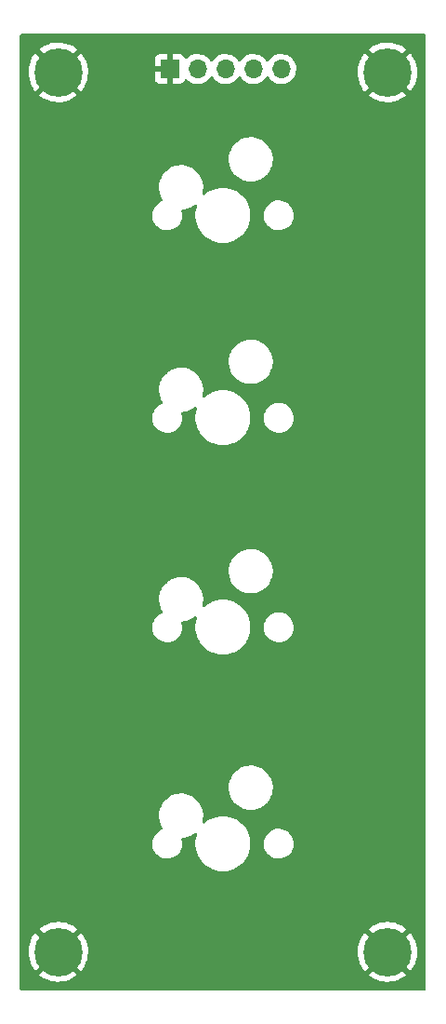
<source format=gbr>
%TF.GenerationSoftware,KiCad,Pcbnew,6.0.0-d3dd2cf0fa~116~ubuntu21.10.1*%
%TF.CreationDate,2021-12-31T19:25:48-08:00*%
%TF.ProjectId,macropad-test1,6d616372-6f70-4616-942d-74657374312e,rev?*%
%TF.SameCoordinates,Original*%
%TF.FileFunction,Copper,L1,Top*%
%TF.FilePolarity,Positive*%
%FSLAX46Y46*%
G04 Gerber Fmt 4.6, Leading zero omitted, Abs format (unit mm)*
G04 Created by KiCad (PCBNEW 6.0.0-d3dd2cf0fa~116~ubuntu21.10.1) date 2021-12-31 19:25:48*
%MOMM*%
%LPD*%
G01*
G04 APERTURE LIST*
%TA.AperFunction,ComponentPad*%
%ADD10C,0.700000*%
%TD*%
%TA.AperFunction,ComponentPad*%
%ADD11C,4.400000*%
%TD*%
%TA.AperFunction,ComponentPad*%
%ADD12R,1.700000X1.700000*%
%TD*%
%TA.AperFunction,ComponentPad*%
%ADD13O,1.700000X1.700000*%
%TD*%
G04 APERTURE END LIST*
D10*
%TO.P,H1,1*%
%TO.N,GND*%
X28833274Y-28833274D03*
X31166726Y-28833274D03*
X28833274Y-31166726D03*
X30000000Y-28350000D03*
X28350000Y-30000000D03*
X31650000Y-30000000D03*
D11*
X30000000Y-30000000D03*
D10*
X31166726Y-31166726D03*
X30000000Y-31650000D03*
%TD*%
%TO.P,H2,1*%
%TO.N,GND*%
X28350000Y-110000000D03*
X30000000Y-111650000D03*
X28833274Y-108833274D03*
X30000000Y-108350000D03*
X31166726Y-108833274D03*
X31166726Y-111166726D03*
D11*
X30000000Y-110000000D03*
D10*
X31650000Y-110000000D03*
X28833274Y-111166726D03*
%TD*%
%TO.P,H4,1*%
%TO.N,GND*%
X61166726Y-111166726D03*
D11*
X60000000Y-110000000D03*
D10*
X61650000Y-110000000D03*
X58833274Y-108833274D03*
X60000000Y-111650000D03*
X58350000Y-110000000D03*
X61166726Y-108833274D03*
X58833274Y-111166726D03*
X60000000Y-108350000D03*
%TD*%
%TO.P,H3,1*%
%TO.N,GND*%
X60000000Y-31650000D03*
D11*
X60000000Y-30000000D03*
D10*
X61650000Y-30000000D03*
X60000000Y-28350000D03*
X58833274Y-31166726D03*
X58350000Y-30000000D03*
X61166726Y-28833274D03*
X61166726Y-31166726D03*
X58833274Y-28833274D03*
%TD*%
D12*
%TO.P,J1,1*%
%TO.N,GND*%
X40160000Y-29700000D03*
D13*
%TO.P,J1,2*%
%TO.N,Net-(J1-Pad2)*%
X42700000Y-29700000D03*
%TO.P,J1,3*%
%TO.N,Net-(J1-Pad3)*%
X45240000Y-29700000D03*
%TO.P,J1,4*%
%TO.N,Net-(J1-Pad4)*%
X47780000Y-29700000D03*
%TO.P,J1,5*%
%TO.N,Net-(J1-Pad5)*%
X50320000Y-29700000D03*
%TD*%
%TA.AperFunction,Conductor*%
%TO.N,GND*%
G36*
X63434121Y-26528002D02*
G01*
X63480614Y-26581658D01*
X63492000Y-26634000D01*
X63492000Y-113366000D01*
X63471998Y-113434121D01*
X63418342Y-113480614D01*
X63366000Y-113492000D01*
X26634000Y-113492000D01*
X26565879Y-113471998D01*
X26519386Y-113418342D01*
X26508000Y-113366000D01*
X26508000Y-112086423D01*
X28278703Y-112086423D01*
X28286227Y-112096854D01*
X28425483Y-112209020D01*
X28431657Y-112213408D01*
X28702271Y-112382178D01*
X28708931Y-112385794D01*
X28997852Y-112520827D01*
X29004905Y-112523620D01*
X29307970Y-112622970D01*
X29315282Y-112624888D01*
X29628092Y-112687109D01*
X29635590Y-112688137D01*
X29953610Y-112712328D01*
X29961173Y-112712446D01*
X30279785Y-112698257D01*
X30287326Y-112697465D01*
X30601924Y-112645101D01*
X30609302Y-112643411D01*
X30915355Y-112553625D01*
X30922450Y-112551071D01*
X31215496Y-112425169D01*
X31222263Y-112421765D01*
X31498042Y-112261580D01*
X31504349Y-112257390D01*
X31714305Y-112098889D01*
X31722761Y-112087496D01*
X31722172Y-112086423D01*
X58278703Y-112086423D01*
X58286227Y-112096854D01*
X58425483Y-112209020D01*
X58431657Y-112213408D01*
X58702271Y-112382178D01*
X58708931Y-112385794D01*
X58997852Y-112520827D01*
X59004905Y-112523620D01*
X59307970Y-112622970D01*
X59315282Y-112624888D01*
X59628092Y-112687109D01*
X59635590Y-112688137D01*
X59953610Y-112712328D01*
X59961173Y-112712446D01*
X60279785Y-112698257D01*
X60287326Y-112697465D01*
X60601924Y-112645101D01*
X60609302Y-112643411D01*
X60915355Y-112553625D01*
X60922450Y-112551071D01*
X61215496Y-112425169D01*
X61222263Y-112421765D01*
X61498042Y-112261580D01*
X61504349Y-112257390D01*
X61714305Y-112098889D01*
X61722761Y-112087496D01*
X61716045Y-112075256D01*
X60012810Y-110372020D01*
X59998869Y-110364408D01*
X59997034Y-110364539D01*
X59990420Y-110368790D01*
X58285818Y-112073393D01*
X58278703Y-112086423D01*
X31722172Y-112086423D01*
X31716045Y-112075256D01*
X30012810Y-110372020D01*
X29998869Y-110364408D01*
X29997034Y-110364539D01*
X29990420Y-110368790D01*
X28285818Y-112073393D01*
X28278703Y-112086423D01*
X26508000Y-112086423D01*
X26508000Y-109975383D01*
X27287388Y-109975383D01*
X27303245Y-110293914D01*
X27304076Y-110301443D01*
X27358085Y-110615759D01*
X27359818Y-110623146D01*
X27451196Y-110928695D01*
X27453799Y-110935808D01*
X27581227Y-111228173D01*
X27584669Y-111234929D01*
X27746296Y-111509865D01*
X27750519Y-111516150D01*
X27901463Y-111713934D01*
X27912989Y-111722396D01*
X27925054Y-111715735D01*
X29627980Y-110012810D01*
X29634357Y-110001131D01*
X30364408Y-110001131D01*
X30364539Y-110002966D01*
X30368790Y-110009580D01*
X32073285Y-111714074D01*
X32086408Y-111721240D01*
X32096709Y-111713851D01*
X32200751Y-111586055D01*
X32205164Y-111579914D01*
X32375349Y-111310187D01*
X32379005Y-111303536D01*
X32515544Y-111015335D01*
X32518375Y-111008295D01*
X32619306Y-110705767D01*
X32621270Y-110698433D01*
X32685122Y-110385989D01*
X32686194Y-110378465D01*
X32712173Y-110059051D01*
X32712378Y-110054576D01*
X32712927Y-110002221D01*
X32712817Y-109997789D01*
X32711466Y-109975383D01*
X57287388Y-109975383D01*
X57303245Y-110293914D01*
X57304076Y-110301443D01*
X57358085Y-110615759D01*
X57359818Y-110623146D01*
X57451196Y-110928695D01*
X57453799Y-110935808D01*
X57581227Y-111228173D01*
X57584669Y-111234929D01*
X57746296Y-111509865D01*
X57750519Y-111516150D01*
X57901463Y-111713934D01*
X57912989Y-111722396D01*
X57925054Y-111715735D01*
X59627980Y-110012810D01*
X59634357Y-110001131D01*
X60364408Y-110001131D01*
X60364539Y-110002966D01*
X60368790Y-110009580D01*
X62073285Y-111714074D01*
X62086408Y-111721240D01*
X62096709Y-111713851D01*
X62200751Y-111586055D01*
X62205164Y-111579914D01*
X62375349Y-111310187D01*
X62379005Y-111303536D01*
X62515544Y-111015335D01*
X62518375Y-111008295D01*
X62619306Y-110705767D01*
X62621270Y-110698433D01*
X62685122Y-110385989D01*
X62686194Y-110378465D01*
X62712173Y-110059051D01*
X62712378Y-110054576D01*
X62712927Y-110002221D01*
X62712817Y-109997789D01*
X62693529Y-109677853D01*
X62692621Y-109670351D01*
X62635319Y-109356593D01*
X62633518Y-109349260D01*
X62538935Y-109044655D01*
X62536263Y-109037583D01*
X62405781Y-108746570D01*
X62402264Y-108739843D01*
X62237771Y-108466621D01*
X62233481Y-108460377D01*
X62097991Y-108286647D01*
X62086199Y-108278178D01*
X62074486Y-108284725D01*
X60372020Y-109987190D01*
X60364408Y-110001131D01*
X59634357Y-110001131D01*
X59635592Y-109998869D01*
X59635461Y-109997034D01*
X59631210Y-109990420D01*
X57926445Y-108285656D01*
X57913510Y-108278592D01*
X57902949Y-108286252D01*
X57782766Y-108437072D01*
X57778410Y-108443270D01*
X57611059Y-108714764D01*
X57607479Y-108721440D01*
X57473956Y-109011074D01*
X57471206Y-109018125D01*
X57373444Y-109321708D01*
X57371561Y-109329041D01*
X57310979Y-109642170D01*
X57309992Y-109649670D01*
X57287467Y-109967802D01*
X57287388Y-109975383D01*
X32711466Y-109975383D01*
X32693529Y-109677853D01*
X32692621Y-109670351D01*
X32635319Y-109356593D01*
X32633518Y-109349260D01*
X32538935Y-109044655D01*
X32536263Y-109037583D01*
X32405781Y-108746570D01*
X32402264Y-108739843D01*
X32237771Y-108466621D01*
X32233481Y-108460377D01*
X32097991Y-108286647D01*
X32086199Y-108278178D01*
X32074486Y-108284725D01*
X30372020Y-109987190D01*
X30364408Y-110001131D01*
X29634357Y-110001131D01*
X29635592Y-109998869D01*
X29635461Y-109997034D01*
X29631210Y-109990420D01*
X27926445Y-108285656D01*
X27913510Y-108278592D01*
X27902949Y-108286252D01*
X27782766Y-108437072D01*
X27778410Y-108443270D01*
X27611059Y-108714764D01*
X27607479Y-108721440D01*
X27473956Y-109011074D01*
X27471206Y-109018125D01*
X27373444Y-109321708D01*
X27371561Y-109329041D01*
X27310979Y-109642170D01*
X27309992Y-109649670D01*
X27287467Y-109967802D01*
X27287388Y-109975383D01*
X26508000Y-109975383D01*
X26508000Y-107913423D01*
X28277917Y-107913423D01*
X28284520Y-107925309D01*
X29987190Y-109627980D01*
X30001131Y-109635592D01*
X30002966Y-109635461D01*
X30009580Y-109631210D01*
X31714559Y-107926230D01*
X31721552Y-107913423D01*
X58277917Y-107913423D01*
X58284520Y-107925309D01*
X59987190Y-109627980D01*
X60001131Y-109635592D01*
X60002966Y-109635461D01*
X60009580Y-109631210D01*
X61714559Y-107926230D01*
X61721571Y-107913389D01*
X61713777Y-107902701D01*
X61551298Y-107774613D01*
X61545075Y-107770288D01*
X61272702Y-107604357D01*
X61266025Y-107600822D01*
X60975686Y-107468813D01*
X60968616Y-107466099D01*
X60664537Y-107369932D01*
X60657186Y-107368085D01*
X60343746Y-107309142D01*
X60336237Y-107308194D01*
X60017989Y-107287335D01*
X60010424Y-107287295D01*
X59691964Y-107304821D01*
X59684450Y-107305690D01*
X59370405Y-107361348D01*
X59363044Y-107363115D01*
X59057980Y-107456092D01*
X59050860Y-107458740D01*
X58759182Y-107587690D01*
X58752445Y-107591167D01*
X58478355Y-107754233D01*
X58472091Y-107758490D01*
X58286385Y-107901762D01*
X58277917Y-107913423D01*
X31721552Y-107913423D01*
X31721571Y-107913389D01*
X31713777Y-107902701D01*
X31551298Y-107774613D01*
X31545075Y-107770288D01*
X31272702Y-107604357D01*
X31266025Y-107600822D01*
X30975686Y-107468813D01*
X30968616Y-107466099D01*
X30664537Y-107369932D01*
X30657186Y-107368085D01*
X30343746Y-107309142D01*
X30336237Y-107308194D01*
X30017989Y-107287335D01*
X30010424Y-107287295D01*
X29691964Y-107304821D01*
X29684450Y-107305690D01*
X29370405Y-107361348D01*
X29363044Y-107363115D01*
X29057980Y-107456092D01*
X29050860Y-107458740D01*
X28759182Y-107587690D01*
X28752445Y-107591167D01*
X28478355Y-107754233D01*
X28472091Y-107758490D01*
X28286385Y-107901762D01*
X28277917Y-107913423D01*
X26508000Y-107913423D01*
X26508000Y-100085732D01*
X38557200Y-100085732D01*
X38565854Y-100316268D01*
X38613228Y-100542050D01*
X38615186Y-100547009D01*
X38615187Y-100547011D01*
X38643945Y-100619830D01*
X38697967Y-100756622D01*
X38817647Y-100953849D01*
X38821144Y-100957879D01*
X38907768Y-101057704D01*
X38968847Y-101128092D01*
X38972978Y-101131479D01*
X39143115Y-101270984D01*
X39143121Y-101270988D01*
X39147243Y-101274368D01*
X39347735Y-101388494D01*
X39352751Y-101390315D01*
X39352756Y-101390317D01*
X39559575Y-101465389D01*
X39559579Y-101465390D01*
X39564590Y-101467209D01*
X39569839Y-101468158D01*
X39569842Y-101468159D01*
X39787523Y-101507522D01*
X39787530Y-101507523D01*
X39791607Y-101508260D01*
X39809344Y-101509096D01*
X39814292Y-101509330D01*
X39814299Y-101509330D01*
X39815780Y-101509400D01*
X39977925Y-101509400D01*
X40044881Y-101503719D01*
X40144562Y-101495261D01*
X40144566Y-101495260D01*
X40149873Y-101494810D01*
X40155028Y-101493472D01*
X40155034Y-101493471D01*
X40368003Y-101438195D01*
X40368007Y-101438194D01*
X40373172Y-101436853D01*
X40378038Y-101434661D01*
X40378041Y-101434660D01*
X40578649Y-101344293D01*
X40583515Y-101342101D01*
X40587935Y-101339125D01*
X40587939Y-101339123D01*
X40763333Y-101221039D01*
X40774885Y-101213262D01*
X40941812Y-101054022D01*
X41019738Y-100949286D01*
X41076337Y-100873214D01*
X41076339Y-100873211D01*
X41079521Y-100868934D01*
X41134305Y-100761183D01*
X41181658Y-100668046D01*
X41181658Y-100668045D01*
X41184077Y-100663288D01*
X41223343Y-100536831D01*
X41250905Y-100448070D01*
X41250906Y-100448064D01*
X41252489Y-100442967D01*
X41282800Y-100214268D01*
X41274146Y-99983732D01*
X41228104Y-99764298D01*
X41233691Y-99693523D01*
X41276656Y-99637003D01*
X41342629Y-99612732D01*
X41387257Y-99609612D01*
X41465828Y-99604118D01*
X41465834Y-99604117D01*
X41470212Y-99603811D01*
X41744970Y-99545409D01*
X41749099Y-99543906D01*
X41749103Y-99543905D01*
X42004781Y-99450846D01*
X42004785Y-99450844D01*
X42008926Y-99449337D01*
X42256942Y-99317464D01*
X42441327Y-99183501D01*
X42508195Y-99159642D01*
X42577347Y-99175723D01*
X42626827Y-99226637D01*
X42640926Y-99296220D01*
X42632540Y-99331820D01*
X42615370Y-99375187D01*
X42537064Y-99680170D01*
X42497600Y-99992562D01*
X42497600Y-100307438D01*
X42537064Y-100619830D01*
X42615370Y-100924813D01*
X42731284Y-101217577D01*
X42733186Y-101221036D01*
X42733187Y-101221039D01*
X42867520Y-101465389D01*
X42882976Y-101493504D01*
X43068055Y-101748244D01*
X43283602Y-101977778D01*
X43526218Y-102178487D01*
X43792076Y-102347206D01*
X43795655Y-102348890D01*
X43795662Y-102348894D01*
X44073394Y-102479584D01*
X44073398Y-102479586D01*
X44076984Y-102481273D01*
X44376448Y-102578575D01*
X44685746Y-102637577D01*
X44779300Y-102643463D01*
X44919358Y-102652275D01*
X44919374Y-102652276D01*
X44921353Y-102652400D01*
X45078647Y-102652400D01*
X45080626Y-102652276D01*
X45080642Y-102652275D01*
X45220700Y-102643463D01*
X45314254Y-102637577D01*
X45623552Y-102578575D01*
X45923016Y-102481273D01*
X45926602Y-102479586D01*
X45926606Y-102479584D01*
X46204338Y-102348894D01*
X46204345Y-102348890D01*
X46207924Y-102347206D01*
X46473782Y-102178487D01*
X46716398Y-101977778D01*
X46931945Y-101748244D01*
X47117024Y-101493504D01*
X47132481Y-101465389D01*
X47266813Y-101221039D01*
X47266814Y-101221036D01*
X47268716Y-101217577D01*
X47384630Y-100924813D01*
X47462936Y-100619830D01*
X47502400Y-100307438D01*
X47502400Y-100085732D01*
X48717200Y-100085732D01*
X48725854Y-100316268D01*
X48773228Y-100542050D01*
X48775186Y-100547009D01*
X48775187Y-100547011D01*
X48803945Y-100619830D01*
X48857967Y-100756622D01*
X48977647Y-100953849D01*
X48981144Y-100957879D01*
X49067768Y-101057704D01*
X49128847Y-101128092D01*
X49132978Y-101131479D01*
X49303115Y-101270984D01*
X49303121Y-101270988D01*
X49307243Y-101274368D01*
X49507735Y-101388494D01*
X49512751Y-101390315D01*
X49512756Y-101390317D01*
X49719575Y-101465389D01*
X49719579Y-101465390D01*
X49724590Y-101467209D01*
X49729839Y-101468158D01*
X49729842Y-101468159D01*
X49947523Y-101507522D01*
X49947530Y-101507523D01*
X49951607Y-101508260D01*
X49969344Y-101509096D01*
X49974292Y-101509330D01*
X49974299Y-101509330D01*
X49975780Y-101509400D01*
X50137925Y-101509400D01*
X50204881Y-101503719D01*
X50304562Y-101495261D01*
X50304566Y-101495260D01*
X50309873Y-101494810D01*
X50315028Y-101493472D01*
X50315034Y-101493471D01*
X50528003Y-101438195D01*
X50528007Y-101438194D01*
X50533172Y-101436853D01*
X50538038Y-101434661D01*
X50538041Y-101434660D01*
X50738649Y-101344293D01*
X50743515Y-101342101D01*
X50747935Y-101339125D01*
X50747939Y-101339123D01*
X50923333Y-101221039D01*
X50934885Y-101213262D01*
X51101812Y-101054022D01*
X51179738Y-100949286D01*
X51236337Y-100873214D01*
X51236339Y-100873211D01*
X51239521Y-100868934D01*
X51294305Y-100761183D01*
X51341658Y-100668046D01*
X51341658Y-100668045D01*
X51344077Y-100663288D01*
X51383343Y-100536831D01*
X51410905Y-100448070D01*
X51410906Y-100448064D01*
X51412489Y-100442967D01*
X51442800Y-100214268D01*
X51434146Y-99983732D01*
X51386772Y-99757950D01*
X51361329Y-99693523D01*
X51338893Y-99636712D01*
X51302033Y-99543378D01*
X51182353Y-99346151D01*
X51095428Y-99245978D01*
X51034653Y-99175941D01*
X51034651Y-99175939D01*
X51031153Y-99171908D01*
X50989018Y-99137360D01*
X50856885Y-99029016D01*
X50856879Y-99029012D01*
X50852757Y-99025632D01*
X50652265Y-98911506D01*
X50647249Y-98909685D01*
X50647244Y-98909683D01*
X50440425Y-98834611D01*
X50440421Y-98834610D01*
X50435410Y-98832791D01*
X50430161Y-98831842D01*
X50430158Y-98831841D01*
X50212477Y-98792478D01*
X50212470Y-98792477D01*
X50208393Y-98791740D01*
X50190656Y-98790904D01*
X50185708Y-98790670D01*
X50185701Y-98790670D01*
X50184220Y-98790600D01*
X50022075Y-98790600D01*
X49955119Y-98796281D01*
X49855438Y-98804739D01*
X49855434Y-98804740D01*
X49850127Y-98805190D01*
X49844972Y-98806528D01*
X49844966Y-98806529D01*
X49631997Y-98861805D01*
X49631993Y-98861806D01*
X49626828Y-98863147D01*
X49621962Y-98865339D01*
X49621959Y-98865340D01*
X49523521Y-98909683D01*
X49416485Y-98957899D01*
X49412065Y-98960875D01*
X49412061Y-98960877D01*
X49319800Y-99022992D01*
X49225115Y-99086738D01*
X49058188Y-99245978D01*
X49055000Y-99250263D01*
X48964785Y-99371517D01*
X48920479Y-99431066D01*
X48918064Y-99435816D01*
X48863377Y-99543378D01*
X48815923Y-99636712D01*
X48803620Y-99676335D01*
X48749095Y-99851930D01*
X48749094Y-99851936D01*
X48747511Y-99857033D01*
X48717200Y-100085732D01*
X47502400Y-100085732D01*
X47502400Y-99992562D01*
X47462936Y-99680170D01*
X47384630Y-99375187D01*
X47268716Y-99082423D01*
X47266813Y-99078961D01*
X47118933Y-98809968D01*
X47118931Y-98809965D01*
X47117024Y-98806496D01*
X46931945Y-98551756D01*
X46716398Y-98322222D01*
X46473782Y-98121513D01*
X46207924Y-97952794D01*
X46204345Y-97951110D01*
X46204338Y-97951106D01*
X45926606Y-97820416D01*
X45926602Y-97820414D01*
X45923016Y-97818727D01*
X45623552Y-97721425D01*
X45314254Y-97662423D01*
X45220700Y-97656537D01*
X45080642Y-97647725D01*
X45080626Y-97647724D01*
X45078647Y-97647600D01*
X44921353Y-97647600D01*
X44919374Y-97647724D01*
X44919358Y-97647725D01*
X44779300Y-97656537D01*
X44685746Y-97662423D01*
X44376448Y-97721425D01*
X44076984Y-97818727D01*
X44073398Y-97820414D01*
X44073394Y-97820416D01*
X43795662Y-97951106D01*
X43795655Y-97951110D01*
X43792076Y-97952794D01*
X43526218Y-98121513D01*
X43446249Y-98187669D01*
X43325413Y-98287633D01*
X43260176Y-98315643D01*
X43190151Y-98303936D01*
X43137571Y-98256229D01*
X43119131Y-98187669D01*
X43122841Y-98160066D01*
X43171753Y-97963893D01*
X43171754Y-97963888D01*
X43172817Y-97959624D01*
X43173713Y-97951106D01*
X43201719Y-97684636D01*
X43201719Y-97684633D01*
X43202178Y-97680267D01*
X43201555Y-97662423D01*
X43192529Y-97403939D01*
X43192528Y-97403933D01*
X43192375Y-97399542D01*
X43168608Y-97264749D01*
X43144360Y-97127236D01*
X43143598Y-97122913D01*
X43056797Y-96855765D01*
X43053750Y-96849516D01*
X42992320Y-96723569D01*
X42933660Y-96603298D01*
X42931205Y-96599659D01*
X42931202Y-96599653D01*
X42810218Y-96420287D01*
X42776585Y-96370424D01*
X42588629Y-96161678D01*
X42373450Y-95981121D01*
X42135236Y-95832269D01*
X41878625Y-95718018D01*
X41608610Y-95640593D01*
X41604260Y-95639982D01*
X41604257Y-95639981D01*
X41501310Y-95625513D01*
X41330448Y-95601500D01*
X41119854Y-95601500D01*
X41117668Y-95601653D01*
X41117664Y-95601653D01*
X40914173Y-95615882D01*
X40914168Y-95615883D01*
X40909788Y-95616189D01*
X40635030Y-95674591D01*
X40630901Y-95676094D01*
X40630897Y-95676095D01*
X40375219Y-95769154D01*
X40375215Y-95769156D01*
X40371074Y-95770663D01*
X40123058Y-95902536D01*
X40119499Y-95905122D01*
X40119497Y-95905123D01*
X40014895Y-95981121D01*
X39895808Y-96067642D01*
X39892644Y-96070698D01*
X39892641Y-96070700D01*
X39803865Y-96156431D01*
X39693748Y-96262769D01*
X39520812Y-96484118D01*
X39518616Y-96487922D01*
X39518611Y-96487929D01*
X39445278Y-96614947D01*
X39380364Y-96727381D01*
X39275138Y-96987824D01*
X39274073Y-96992097D01*
X39274072Y-96992099D01*
X39240379Y-97127236D01*
X39207183Y-97260376D01*
X39177822Y-97539733D01*
X39177975Y-97544121D01*
X39177975Y-97544127D01*
X39184210Y-97722652D01*
X39187625Y-97820458D01*
X39188387Y-97824781D01*
X39188388Y-97824788D01*
X39212164Y-97959624D01*
X39236402Y-98097087D01*
X39323203Y-98364235D01*
X39446340Y-98616702D01*
X39448796Y-98620344D01*
X39448800Y-98620350D01*
X39495008Y-98688855D01*
X39516519Y-98756515D01*
X39498035Y-98825063D01*
X39442300Y-98874196D01*
X39256485Y-98957899D01*
X39252065Y-98960875D01*
X39252061Y-98960877D01*
X39159800Y-99022992D01*
X39065115Y-99086738D01*
X38898188Y-99245978D01*
X38895000Y-99250263D01*
X38804785Y-99371517D01*
X38760479Y-99431066D01*
X38758064Y-99435816D01*
X38703377Y-99543378D01*
X38655923Y-99636712D01*
X38643620Y-99676335D01*
X38589095Y-99851930D01*
X38589094Y-99851936D01*
X38587511Y-99857033D01*
X38557200Y-100085732D01*
X26508000Y-100085732D01*
X26508000Y-94999733D01*
X45527822Y-94999733D01*
X45537625Y-95280458D01*
X45538387Y-95284781D01*
X45538388Y-95284788D01*
X45562164Y-95419624D01*
X45586402Y-95557087D01*
X45673203Y-95824235D01*
X45675131Y-95828188D01*
X45675133Y-95828193D01*
X45677121Y-95832269D01*
X45796340Y-96076702D01*
X45798795Y-96080341D01*
X45798798Y-96080347D01*
X45851753Y-96158856D01*
X45953415Y-96309576D01*
X46141371Y-96518322D01*
X46356550Y-96698879D01*
X46594764Y-96847731D01*
X46851375Y-96961982D01*
X47121390Y-97039407D01*
X47125740Y-97040018D01*
X47125743Y-97040019D01*
X47228690Y-97054487D01*
X47399552Y-97078500D01*
X47610146Y-97078500D01*
X47612332Y-97078347D01*
X47612336Y-97078347D01*
X47815827Y-97064118D01*
X47815832Y-97064117D01*
X47820212Y-97063811D01*
X48094970Y-97005409D01*
X48099099Y-97003906D01*
X48099103Y-97003905D01*
X48354781Y-96910846D01*
X48354785Y-96910844D01*
X48358926Y-96909337D01*
X48606942Y-96777464D01*
X48675876Y-96727381D01*
X48830629Y-96614947D01*
X48830632Y-96614944D01*
X48834192Y-96612358D01*
X48839482Y-96607250D01*
X48966988Y-96484118D01*
X49036252Y-96417231D01*
X49209188Y-96195882D01*
X49211384Y-96192078D01*
X49211389Y-96192071D01*
X49347435Y-95956431D01*
X49349636Y-95952619D01*
X49454862Y-95692176D01*
X49455928Y-95687901D01*
X49521753Y-95423893D01*
X49521754Y-95423888D01*
X49522817Y-95419624D01*
X49552178Y-95140267D01*
X49542375Y-94859542D01*
X49518608Y-94724749D01*
X49494360Y-94587236D01*
X49493598Y-94582913D01*
X49406797Y-94315765D01*
X49283660Y-94063298D01*
X49281205Y-94059659D01*
X49281202Y-94059653D01*
X49200935Y-93940653D01*
X49126585Y-93830424D01*
X48938629Y-93621678D01*
X48723450Y-93441121D01*
X48485236Y-93292269D01*
X48228625Y-93178018D01*
X47958610Y-93100593D01*
X47954260Y-93099982D01*
X47954257Y-93099981D01*
X47851310Y-93085513D01*
X47680448Y-93061500D01*
X47469854Y-93061500D01*
X47467668Y-93061653D01*
X47467664Y-93061653D01*
X47264173Y-93075882D01*
X47264168Y-93075883D01*
X47259788Y-93076189D01*
X46985030Y-93134591D01*
X46980901Y-93136094D01*
X46980897Y-93136095D01*
X46725219Y-93229154D01*
X46725215Y-93229156D01*
X46721074Y-93230663D01*
X46473058Y-93362536D01*
X46469499Y-93365122D01*
X46469497Y-93365123D01*
X46364895Y-93441121D01*
X46245808Y-93527642D01*
X46043748Y-93722769D01*
X45870812Y-93944118D01*
X45868616Y-93947922D01*
X45868611Y-93947929D01*
X45754794Y-94145067D01*
X45730364Y-94187381D01*
X45625138Y-94447824D01*
X45624073Y-94452097D01*
X45624072Y-94452099D01*
X45590379Y-94587236D01*
X45557183Y-94720376D01*
X45527822Y-94999733D01*
X26508000Y-94999733D01*
X26508000Y-80400732D01*
X38557200Y-80400732D01*
X38565854Y-80631268D01*
X38613228Y-80857050D01*
X38615186Y-80862009D01*
X38615187Y-80862011D01*
X38643945Y-80934830D01*
X38697967Y-81071622D01*
X38817647Y-81268849D01*
X38821144Y-81272879D01*
X38907768Y-81372704D01*
X38968847Y-81443092D01*
X38972978Y-81446479D01*
X39143115Y-81585984D01*
X39143121Y-81585988D01*
X39147243Y-81589368D01*
X39347735Y-81703494D01*
X39352751Y-81705315D01*
X39352756Y-81705317D01*
X39559575Y-81780389D01*
X39559579Y-81780390D01*
X39564590Y-81782209D01*
X39569839Y-81783158D01*
X39569842Y-81783159D01*
X39787523Y-81822522D01*
X39787530Y-81822523D01*
X39791607Y-81823260D01*
X39809344Y-81824096D01*
X39814292Y-81824330D01*
X39814299Y-81824330D01*
X39815780Y-81824400D01*
X39977925Y-81824400D01*
X40044881Y-81818719D01*
X40144562Y-81810261D01*
X40144566Y-81810260D01*
X40149873Y-81809810D01*
X40155028Y-81808472D01*
X40155034Y-81808471D01*
X40368003Y-81753195D01*
X40368007Y-81753194D01*
X40373172Y-81751853D01*
X40378038Y-81749661D01*
X40378041Y-81749660D01*
X40578649Y-81659293D01*
X40583515Y-81657101D01*
X40587935Y-81654125D01*
X40587939Y-81654123D01*
X40763333Y-81536039D01*
X40774885Y-81528262D01*
X40941812Y-81369022D01*
X41019738Y-81264286D01*
X41076337Y-81188214D01*
X41076339Y-81188211D01*
X41079521Y-81183934D01*
X41134305Y-81076183D01*
X41181658Y-80983046D01*
X41181658Y-80983045D01*
X41184077Y-80978288D01*
X41223343Y-80851831D01*
X41250905Y-80763070D01*
X41250906Y-80763064D01*
X41252489Y-80757967D01*
X41282800Y-80529268D01*
X41274146Y-80298732D01*
X41228104Y-80079298D01*
X41233691Y-80008523D01*
X41276656Y-79952003D01*
X41342629Y-79927732D01*
X41387257Y-79924612D01*
X41465828Y-79919118D01*
X41465834Y-79919117D01*
X41470212Y-79918811D01*
X41744970Y-79860409D01*
X41749099Y-79858906D01*
X41749103Y-79858905D01*
X42004781Y-79765846D01*
X42004785Y-79765844D01*
X42008926Y-79764337D01*
X42256942Y-79632464D01*
X42441327Y-79498501D01*
X42508195Y-79474642D01*
X42577347Y-79490723D01*
X42626827Y-79541637D01*
X42640926Y-79611220D01*
X42632540Y-79646820D01*
X42615370Y-79690187D01*
X42537064Y-79995170D01*
X42497600Y-80307562D01*
X42497600Y-80622438D01*
X42537064Y-80934830D01*
X42615370Y-81239813D01*
X42731284Y-81532577D01*
X42733186Y-81536036D01*
X42733187Y-81536039D01*
X42867520Y-81780389D01*
X42882976Y-81808504D01*
X43068055Y-82063244D01*
X43283602Y-82292778D01*
X43526218Y-82493487D01*
X43792076Y-82662206D01*
X43795655Y-82663890D01*
X43795662Y-82663894D01*
X44073394Y-82794584D01*
X44073398Y-82794586D01*
X44076984Y-82796273D01*
X44376448Y-82893575D01*
X44685746Y-82952577D01*
X44779300Y-82958463D01*
X44919358Y-82967275D01*
X44919374Y-82967276D01*
X44921353Y-82967400D01*
X45078647Y-82967400D01*
X45080626Y-82967276D01*
X45080642Y-82967275D01*
X45220700Y-82958463D01*
X45314254Y-82952577D01*
X45623552Y-82893575D01*
X45923016Y-82796273D01*
X45926602Y-82794586D01*
X45926606Y-82794584D01*
X46204338Y-82663894D01*
X46204345Y-82663890D01*
X46207924Y-82662206D01*
X46473782Y-82493487D01*
X46716398Y-82292778D01*
X46931945Y-82063244D01*
X47117024Y-81808504D01*
X47132481Y-81780389D01*
X47266813Y-81536039D01*
X47266814Y-81536036D01*
X47268716Y-81532577D01*
X47384630Y-81239813D01*
X47462936Y-80934830D01*
X47502400Y-80622438D01*
X47502400Y-80400732D01*
X48717200Y-80400732D01*
X48725854Y-80631268D01*
X48773228Y-80857050D01*
X48775186Y-80862009D01*
X48775187Y-80862011D01*
X48803945Y-80934830D01*
X48857967Y-81071622D01*
X48977647Y-81268849D01*
X48981144Y-81272879D01*
X49067768Y-81372704D01*
X49128847Y-81443092D01*
X49132978Y-81446479D01*
X49303115Y-81585984D01*
X49303121Y-81585988D01*
X49307243Y-81589368D01*
X49507735Y-81703494D01*
X49512751Y-81705315D01*
X49512756Y-81705317D01*
X49719575Y-81780389D01*
X49719579Y-81780390D01*
X49724590Y-81782209D01*
X49729839Y-81783158D01*
X49729842Y-81783159D01*
X49947523Y-81822522D01*
X49947530Y-81822523D01*
X49951607Y-81823260D01*
X49969344Y-81824096D01*
X49974292Y-81824330D01*
X49974299Y-81824330D01*
X49975780Y-81824400D01*
X50137925Y-81824400D01*
X50204881Y-81818719D01*
X50304562Y-81810261D01*
X50304566Y-81810260D01*
X50309873Y-81809810D01*
X50315028Y-81808472D01*
X50315034Y-81808471D01*
X50528003Y-81753195D01*
X50528007Y-81753194D01*
X50533172Y-81751853D01*
X50538038Y-81749661D01*
X50538041Y-81749660D01*
X50738649Y-81659293D01*
X50743515Y-81657101D01*
X50747935Y-81654125D01*
X50747939Y-81654123D01*
X50923333Y-81536039D01*
X50934885Y-81528262D01*
X51101812Y-81369022D01*
X51179738Y-81264286D01*
X51236337Y-81188214D01*
X51236339Y-81188211D01*
X51239521Y-81183934D01*
X51294305Y-81076183D01*
X51341658Y-80983046D01*
X51341658Y-80983045D01*
X51344077Y-80978288D01*
X51383343Y-80851831D01*
X51410905Y-80763070D01*
X51410906Y-80763064D01*
X51412489Y-80757967D01*
X51442800Y-80529268D01*
X51434146Y-80298732D01*
X51386772Y-80072950D01*
X51361329Y-80008523D01*
X51338893Y-79951712D01*
X51302033Y-79858378D01*
X51182353Y-79661151D01*
X51095428Y-79560978D01*
X51034653Y-79490941D01*
X51034651Y-79490939D01*
X51031153Y-79486908D01*
X50989018Y-79452360D01*
X50856885Y-79344016D01*
X50856879Y-79344012D01*
X50852757Y-79340632D01*
X50652265Y-79226506D01*
X50647249Y-79224685D01*
X50647244Y-79224683D01*
X50440425Y-79149611D01*
X50440421Y-79149610D01*
X50435410Y-79147791D01*
X50430161Y-79146842D01*
X50430158Y-79146841D01*
X50212477Y-79107478D01*
X50212470Y-79107477D01*
X50208393Y-79106740D01*
X50190656Y-79105904D01*
X50185708Y-79105670D01*
X50185701Y-79105670D01*
X50184220Y-79105600D01*
X50022075Y-79105600D01*
X49955119Y-79111281D01*
X49855438Y-79119739D01*
X49855434Y-79119740D01*
X49850127Y-79120190D01*
X49844972Y-79121528D01*
X49844966Y-79121529D01*
X49631997Y-79176805D01*
X49631993Y-79176806D01*
X49626828Y-79178147D01*
X49621962Y-79180339D01*
X49621959Y-79180340D01*
X49523521Y-79224683D01*
X49416485Y-79272899D01*
X49412065Y-79275875D01*
X49412061Y-79275877D01*
X49319800Y-79337992D01*
X49225115Y-79401738D01*
X49058188Y-79560978D01*
X49055000Y-79565263D01*
X48964785Y-79686517D01*
X48920479Y-79746066D01*
X48918064Y-79750816D01*
X48863377Y-79858378D01*
X48815923Y-79951712D01*
X48803620Y-79991335D01*
X48749095Y-80166930D01*
X48749094Y-80166936D01*
X48747511Y-80172033D01*
X48717200Y-80400732D01*
X47502400Y-80400732D01*
X47502400Y-80307562D01*
X47462936Y-79995170D01*
X47384630Y-79690187D01*
X47268716Y-79397423D01*
X47266813Y-79393961D01*
X47118933Y-79124968D01*
X47118931Y-79124965D01*
X47117024Y-79121496D01*
X46931945Y-78866756D01*
X46716398Y-78637222D01*
X46473782Y-78436513D01*
X46207924Y-78267794D01*
X46204345Y-78266110D01*
X46204338Y-78266106D01*
X45926606Y-78135416D01*
X45926602Y-78135414D01*
X45923016Y-78133727D01*
X45623552Y-78036425D01*
X45314254Y-77977423D01*
X45220700Y-77971537D01*
X45080642Y-77962725D01*
X45080626Y-77962724D01*
X45078647Y-77962600D01*
X44921353Y-77962600D01*
X44919374Y-77962724D01*
X44919358Y-77962725D01*
X44779300Y-77971537D01*
X44685746Y-77977423D01*
X44376448Y-78036425D01*
X44076984Y-78133727D01*
X44073398Y-78135414D01*
X44073394Y-78135416D01*
X43795662Y-78266106D01*
X43795655Y-78266110D01*
X43792076Y-78267794D01*
X43526218Y-78436513D01*
X43446249Y-78502669D01*
X43325413Y-78602633D01*
X43260176Y-78630643D01*
X43190151Y-78618936D01*
X43137571Y-78571229D01*
X43119131Y-78502669D01*
X43122841Y-78475066D01*
X43171753Y-78278893D01*
X43171754Y-78278888D01*
X43172817Y-78274624D01*
X43173713Y-78266106D01*
X43201719Y-77999636D01*
X43201719Y-77999633D01*
X43202178Y-77995267D01*
X43201555Y-77977423D01*
X43192529Y-77718939D01*
X43192528Y-77718933D01*
X43192375Y-77714542D01*
X43168608Y-77579749D01*
X43144360Y-77442236D01*
X43143598Y-77437913D01*
X43056797Y-77170765D01*
X43053750Y-77164516D01*
X42992320Y-77038569D01*
X42933660Y-76918298D01*
X42931205Y-76914659D01*
X42931202Y-76914653D01*
X42810218Y-76735287D01*
X42776585Y-76685424D01*
X42588629Y-76476678D01*
X42373450Y-76296121D01*
X42135236Y-76147269D01*
X41878625Y-76033018D01*
X41608610Y-75955593D01*
X41604260Y-75954982D01*
X41604257Y-75954981D01*
X41501310Y-75940513D01*
X41330448Y-75916500D01*
X41119854Y-75916500D01*
X41117668Y-75916653D01*
X41117664Y-75916653D01*
X40914173Y-75930882D01*
X40914168Y-75930883D01*
X40909788Y-75931189D01*
X40635030Y-75989591D01*
X40630901Y-75991094D01*
X40630897Y-75991095D01*
X40375219Y-76084154D01*
X40375215Y-76084156D01*
X40371074Y-76085663D01*
X40123058Y-76217536D01*
X40119499Y-76220122D01*
X40119497Y-76220123D01*
X40014895Y-76296121D01*
X39895808Y-76382642D01*
X39892644Y-76385698D01*
X39892641Y-76385700D01*
X39803865Y-76471431D01*
X39693748Y-76577769D01*
X39520812Y-76799118D01*
X39518616Y-76802922D01*
X39518611Y-76802929D01*
X39445278Y-76929947D01*
X39380364Y-77042381D01*
X39275138Y-77302824D01*
X39274073Y-77307097D01*
X39274072Y-77307099D01*
X39240379Y-77442236D01*
X39207183Y-77575376D01*
X39177822Y-77854733D01*
X39177975Y-77859121D01*
X39177975Y-77859127D01*
X39184210Y-78037652D01*
X39187625Y-78135458D01*
X39188387Y-78139781D01*
X39188388Y-78139788D01*
X39212164Y-78274624D01*
X39236402Y-78412087D01*
X39323203Y-78679235D01*
X39446340Y-78931702D01*
X39448796Y-78935344D01*
X39448800Y-78935350D01*
X39495008Y-79003855D01*
X39516519Y-79071515D01*
X39498035Y-79140063D01*
X39442300Y-79189196D01*
X39256485Y-79272899D01*
X39252065Y-79275875D01*
X39252061Y-79275877D01*
X39159800Y-79337992D01*
X39065115Y-79401738D01*
X38898188Y-79560978D01*
X38895000Y-79565263D01*
X38804785Y-79686517D01*
X38760479Y-79746066D01*
X38758064Y-79750816D01*
X38703377Y-79858378D01*
X38655923Y-79951712D01*
X38643620Y-79991335D01*
X38589095Y-80166930D01*
X38589094Y-80166936D01*
X38587511Y-80172033D01*
X38557200Y-80400732D01*
X26508000Y-80400732D01*
X26508000Y-75314733D01*
X45527822Y-75314733D01*
X45537625Y-75595458D01*
X45538387Y-75599781D01*
X45538388Y-75599788D01*
X45562164Y-75734624D01*
X45586402Y-75872087D01*
X45673203Y-76139235D01*
X45675131Y-76143188D01*
X45675133Y-76143193D01*
X45677121Y-76147269D01*
X45796340Y-76391702D01*
X45798795Y-76395341D01*
X45798798Y-76395347D01*
X45851753Y-76473856D01*
X45953415Y-76624576D01*
X46141371Y-76833322D01*
X46356550Y-77013879D01*
X46594764Y-77162731D01*
X46851375Y-77276982D01*
X47121390Y-77354407D01*
X47125740Y-77355018D01*
X47125743Y-77355019D01*
X47228690Y-77369487D01*
X47399552Y-77393500D01*
X47610146Y-77393500D01*
X47612332Y-77393347D01*
X47612336Y-77393347D01*
X47815827Y-77379118D01*
X47815832Y-77379117D01*
X47820212Y-77378811D01*
X48094970Y-77320409D01*
X48099099Y-77318906D01*
X48099103Y-77318905D01*
X48354781Y-77225846D01*
X48354785Y-77225844D01*
X48358926Y-77224337D01*
X48606942Y-77092464D01*
X48675876Y-77042381D01*
X48830629Y-76929947D01*
X48830632Y-76929944D01*
X48834192Y-76927358D01*
X48839482Y-76922250D01*
X48966988Y-76799118D01*
X49036252Y-76732231D01*
X49209188Y-76510882D01*
X49211384Y-76507078D01*
X49211389Y-76507071D01*
X49347435Y-76271431D01*
X49349636Y-76267619D01*
X49454862Y-76007176D01*
X49455928Y-76002901D01*
X49521753Y-75738893D01*
X49521754Y-75738888D01*
X49522817Y-75734624D01*
X49552178Y-75455267D01*
X49542375Y-75174542D01*
X49518608Y-75039749D01*
X49494360Y-74902236D01*
X49493598Y-74897913D01*
X49406797Y-74630765D01*
X49283660Y-74378298D01*
X49281205Y-74374659D01*
X49281202Y-74374653D01*
X49200935Y-74255653D01*
X49126585Y-74145424D01*
X48938629Y-73936678D01*
X48723450Y-73756121D01*
X48485236Y-73607269D01*
X48228625Y-73493018D01*
X47958610Y-73415593D01*
X47954260Y-73414982D01*
X47954257Y-73414981D01*
X47851310Y-73400513D01*
X47680448Y-73376500D01*
X47469854Y-73376500D01*
X47467668Y-73376653D01*
X47467664Y-73376653D01*
X47264173Y-73390882D01*
X47264168Y-73390883D01*
X47259788Y-73391189D01*
X46985030Y-73449591D01*
X46980901Y-73451094D01*
X46980897Y-73451095D01*
X46725219Y-73544154D01*
X46725215Y-73544156D01*
X46721074Y-73545663D01*
X46473058Y-73677536D01*
X46469499Y-73680122D01*
X46469497Y-73680123D01*
X46364895Y-73756121D01*
X46245808Y-73842642D01*
X46043748Y-74037769D01*
X45870812Y-74259118D01*
X45868616Y-74262922D01*
X45868611Y-74262929D01*
X45754794Y-74460067D01*
X45730364Y-74502381D01*
X45625138Y-74762824D01*
X45624073Y-74767097D01*
X45624072Y-74767099D01*
X45590379Y-74902236D01*
X45557183Y-75035376D01*
X45527822Y-75314733D01*
X26508000Y-75314733D01*
X26508000Y-61350732D01*
X38557200Y-61350732D01*
X38565854Y-61581268D01*
X38613228Y-61807050D01*
X38615186Y-61812009D01*
X38615187Y-61812011D01*
X38643945Y-61884830D01*
X38697967Y-62021622D01*
X38817647Y-62218849D01*
X38821144Y-62222879D01*
X38907768Y-62322704D01*
X38968847Y-62393092D01*
X38972978Y-62396479D01*
X39143115Y-62535984D01*
X39143121Y-62535988D01*
X39147243Y-62539368D01*
X39347735Y-62653494D01*
X39352751Y-62655315D01*
X39352756Y-62655317D01*
X39559575Y-62730389D01*
X39559579Y-62730390D01*
X39564590Y-62732209D01*
X39569839Y-62733158D01*
X39569842Y-62733159D01*
X39787523Y-62772522D01*
X39787530Y-62772523D01*
X39791607Y-62773260D01*
X39809344Y-62774096D01*
X39814292Y-62774330D01*
X39814299Y-62774330D01*
X39815780Y-62774400D01*
X39977925Y-62774400D01*
X40044881Y-62768719D01*
X40144562Y-62760261D01*
X40144566Y-62760260D01*
X40149873Y-62759810D01*
X40155028Y-62758472D01*
X40155034Y-62758471D01*
X40368003Y-62703195D01*
X40368007Y-62703194D01*
X40373172Y-62701853D01*
X40378038Y-62699661D01*
X40378041Y-62699660D01*
X40578649Y-62609293D01*
X40583515Y-62607101D01*
X40587935Y-62604125D01*
X40587939Y-62604123D01*
X40763333Y-62486039D01*
X40774885Y-62478262D01*
X40941812Y-62319022D01*
X41019738Y-62214286D01*
X41076337Y-62138214D01*
X41076339Y-62138211D01*
X41079521Y-62133934D01*
X41134305Y-62026183D01*
X41181658Y-61933046D01*
X41181658Y-61933045D01*
X41184077Y-61928288D01*
X41223343Y-61801831D01*
X41250905Y-61713070D01*
X41250906Y-61713064D01*
X41252489Y-61707967D01*
X41282800Y-61479268D01*
X41274146Y-61248732D01*
X41228104Y-61029298D01*
X41233691Y-60958523D01*
X41276656Y-60902003D01*
X41342629Y-60877732D01*
X41387257Y-60874612D01*
X41465828Y-60869118D01*
X41465834Y-60869117D01*
X41470212Y-60868811D01*
X41744970Y-60810409D01*
X41749099Y-60808906D01*
X41749103Y-60808905D01*
X42004781Y-60715846D01*
X42004785Y-60715844D01*
X42008926Y-60714337D01*
X42256942Y-60582464D01*
X42441327Y-60448501D01*
X42508195Y-60424642D01*
X42577347Y-60440723D01*
X42626827Y-60491637D01*
X42640926Y-60561220D01*
X42632540Y-60596820D01*
X42615370Y-60640187D01*
X42537064Y-60945170D01*
X42497600Y-61257562D01*
X42497600Y-61572438D01*
X42537064Y-61884830D01*
X42615370Y-62189813D01*
X42731284Y-62482577D01*
X42733186Y-62486036D01*
X42733187Y-62486039D01*
X42867520Y-62730389D01*
X42882976Y-62758504D01*
X43068055Y-63013244D01*
X43283602Y-63242778D01*
X43526218Y-63443487D01*
X43792076Y-63612206D01*
X43795655Y-63613890D01*
X43795662Y-63613894D01*
X44073394Y-63744584D01*
X44073398Y-63744586D01*
X44076984Y-63746273D01*
X44376448Y-63843575D01*
X44685746Y-63902577D01*
X44779300Y-63908463D01*
X44919358Y-63917275D01*
X44919374Y-63917276D01*
X44921353Y-63917400D01*
X45078647Y-63917400D01*
X45080626Y-63917276D01*
X45080642Y-63917275D01*
X45220700Y-63908463D01*
X45314254Y-63902577D01*
X45623552Y-63843575D01*
X45923016Y-63746273D01*
X45926602Y-63744586D01*
X45926606Y-63744584D01*
X46204338Y-63613894D01*
X46204345Y-63613890D01*
X46207924Y-63612206D01*
X46473782Y-63443487D01*
X46716398Y-63242778D01*
X46931945Y-63013244D01*
X47117024Y-62758504D01*
X47132481Y-62730389D01*
X47266813Y-62486039D01*
X47266814Y-62486036D01*
X47268716Y-62482577D01*
X47384630Y-62189813D01*
X47462936Y-61884830D01*
X47502400Y-61572438D01*
X47502400Y-61350732D01*
X48717200Y-61350732D01*
X48725854Y-61581268D01*
X48773228Y-61807050D01*
X48775186Y-61812009D01*
X48775187Y-61812011D01*
X48803945Y-61884830D01*
X48857967Y-62021622D01*
X48977647Y-62218849D01*
X48981144Y-62222879D01*
X49067768Y-62322704D01*
X49128847Y-62393092D01*
X49132978Y-62396479D01*
X49303115Y-62535984D01*
X49303121Y-62535988D01*
X49307243Y-62539368D01*
X49507735Y-62653494D01*
X49512751Y-62655315D01*
X49512756Y-62655317D01*
X49719575Y-62730389D01*
X49719579Y-62730390D01*
X49724590Y-62732209D01*
X49729839Y-62733158D01*
X49729842Y-62733159D01*
X49947523Y-62772522D01*
X49947530Y-62772523D01*
X49951607Y-62773260D01*
X49969344Y-62774096D01*
X49974292Y-62774330D01*
X49974299Y-62774330D01*
X49975780Y-62774400D01*
X50137925Y-62774400D01*
X50204881Y-62768719D01*
X50304562Y-62760261D01*
X50304566Y-62760260D01*
X50309873Y-62759810D01*
X50315028Y-62758472D01*
X50315034Y-62758471D01*
X50528003Y-62703195D01*
X50528007Y-62703194D01*
X50533172Y-62701853D01*
X50538038Y-62699661D01*
X50538041Y-62699660D01*
X50738649Y-62609293D01*
X50743515Y-62607101D01*
X50747935Y-62604125D01*
X50747939Y-62604123D01*
X50923333Y-62486039D01*
X50934885Y-62478262D01*
X51101812Y-62319022D01*
X51179738Y-62214286D01*
X51236337Y-62138214D01*
X51236339Y-62138211D01*
X51239521Y-62133934D01*
X51294305Y-62026183D01*
X51341658Y-61933046D01*
X51341658Y-61933045D01*
X51344077Y-61928288D01*
X51383343Y-61801831D01*
X51410905Y-61713070D01*
X51410906Y-61713064D01*
X51412489Y-61707967D01*
X51442800Y-61479268D01*
X51434146Y-61248732D01*
X51386772Y-61022950D01*
X51361329Y-60958523D01*
X51338893Y-60901712D01*
X51302033Y-60808378D01*
X51182353Y-60611151D01*
X51095428Y-60510978D01*
X51034653Y-60440941D01*
X51034651Y-60440939D01*
X51031153Y-60436908D01*
X50989018Y-60402360D01*
X50856885Y-60294016D01*
X50856879Y-60294012D01*
X50852757Y-60290632D01*
X50652265Y-60176506D01*
X50647249Y-60174685D01*
X50647244Y-60174683D01*
X50440425Y-60099611D01*
X50440421Y-60099610D01*
X50435410Y-60097791D01*
X50430161Y-60096842D01*
X50430158Y-60096841D01*
X50212477Y-60057478D01*
X50212470Y-60057477D01*
X50208393Y-60056740D01*
X50190656Y-60055904D01*
X50185708Y-60055670D01*
X50185701Y-60055670D01*
X50184220Y-60055600D01*
X50022075Y-60055600D01*
X49955119Y-60061281D01*
X49855438Y-60069739D01*
X49855434Y-60069740D01*
X49850127Y-60070190D01*
X49844972Y-60071528D01*
X49844966Y-60071529D01*
X49631997Y-60126805D01*
X49631993Y-60126806D01*
X49626828Y-60128147D01*
X49621962Y-60130339D01*
X49621959Y-60130340D01*
X49523521Y-60174683D01*
X49416485Y-60222899D01*
X49412065Y-60225875D01*
X49412061Y-60225877D01*
X49319800Y-60287992D01*
X49225115Y-60351738D01*
X49058188Y-60510978D01*
X49055000Y-60515263D01*
X48964785Y-60636517D01*
X48920479Y-60696066D01*
X48918064Y-60700816D01*
X48863377Y-60808378D01*
X48815923Y-60901712D01*
X48803620Y-60941335D01*
X48749095Y-61116930D01*
X48749094Y-61116936D01*
X48747511Y-61122033D01*
X48717200Y-61350732D01*
X47502400Y-61350732D01*
X47502400Y-61257562D01*
X47462936Y-60945170D01*
X47384630Y-60640187D01*
X47268716Y-60347423D01*
X47266813Y-60343961D01*
X47118933Y-60074968D01*
X47118931Y-60074965D01*
X47117024Y-60071496D01*
X46931945Y-59816756D01*
X46716398Y-59587222D01*
X46473782Y-59386513D01*
X46207924Y-59217794D01*
X46204345Y-59216110D01*
X46204338Y-59216106D01*
X45926606Y-59085416D01*
X45926602Y-59085414D01*
X45923016Y-59083727D01*
X45623552Y-58986425D01*
X45314254Y-58927423D01*
X45220700Y-58921537D01*
X45080642Y-58912725D01*
X45080626Y-58912724D01*
X45078647Y-58912600D01*
X44921353Y-58912600D01*
X44919374Y-58912724D01*
X44919358Y-58912725D01*
X44779300Y-58921537D01*
X44685746Y-58927423D01*
X44376448Y-58986425D01*
X44076984Y-59083727D01*
X44073398Y-59085414D01*
X44073394Y-59085416D01*
X43795662Y-59216106D01*
X43795655Y-59216110D01*
X43792076Y-59217794D01*
X43526218Y-59386513D01*
X43446249Y-59452669D01*
X43325413Y-59552633D01*
X43260176Y-59580643D01*
X43190151Y-59568936D01*
X43137571Y-59521229D01*
X43119131Y-59452669D01*
X43122841Y-59425066D01*
X43171753Y-59228893D01*
X43171754Y-59228888D01*
X43172817Y-59224624D01*
X43173713Y-59216106D01*
X43201719Y-58949636D01*
X43201719Y-58949633D01*
X43202178Y-58945267D01*
X43201555Y-58927423D01*
X43192529Y-58668939D01*
X43192528Y-58668933D01*
X43192375Y-58664542D01*
X43168608Y-58529749D01*
X43144360Y-58392236D01*
X43143598Y-58387913D01*
X43056797Y-58120765D01*
X43053750Y-58114516D01*
X42992320Y-57988569D01*
X42933660Y-57868298D01*
X42931205Y-57864659D01*
X42931202Y-57864653D01*
X42810218Y-57685287D01*
X42776585Y-57635424D01*
X42588629Y-57426678D01*
X42373450Y-57246121D01*
X42135236Y-57097269D01*
X41878625Y-56983018D01*
X41608610Y-56905593D01*
X41604260Y-56904982D01*
X41604257Y-56904981D01*
X41501310Y-56890513D01*
X41330448Y-56866500D01*
X41119854Y-56866500D01*
X41117668Y-56866653D01*
X41117664Y-56866653D01*
X40914173Y-56880882D01*
X40914168Y-56880883D01*
X40909788Y-56881189D01*
X40635030Y-56939591D01*
X40630901Y-56941094D01*
X40630897Y-56941095D01*
X40375219Y-57034154D01*
X40375215Y-57034156D01*
X40371074Y-57035663D01*
X40123058Y-57167536D01*
X40119499Y-57170122D01*
X40119497Y-57170123D01*
X40014895Y-57246121D01*
X39895808Y-57332642D01*
X39892644Y-57335698D01*
X39892641Y-57335700D01*
X39803865Y-57421431D01*
X39693748Y-57527769D01*
X39520812Y-57749118D01*
X39518616Y-57752922D01*
X39518611Y-57752929D01*
X39445278Y-57879947D01*
X39380364Y-57992381D01*
X39275138Y-58252824D01*
X39274073Y-58257097D01*
X39274072Y-58257099D01*
X39240379Y-58392236D01*
X39207183Y-58525376D01*
X39177822Y-58804733D01*
X39177975Y-58809121D01*
X39177975Y-58809127D01*
X39184210Y-58987652D01*
X39187625Y-59085458D01*
X39188387Y-59089781D01*
X39188388Y-59089788D01*
X39212164Y-59224624D01*
X39236402Y-59362087D01*
X39323203Y-59629235D01*
X39446340Y-59881702D01*
X39448796Y-59885344D01*
X39448800Y-59885350D01*
X39495008Y-59953855D01*
X39516519Y-60021515D01*
X39498035Y-60090063D01*
X39442300Y-60139196D01*
X39256485Y-60222899D01*
X39252065Y-60225875D01*
X39252061Y-60225877D01*
X39159800Y-60287992D01*
X39065115Y-60351738D01*
X38898188Y-60510978D01*
X38895000Y-60515263D01*
X38804785Y-60636517D01*
X38760479Y-60696066D01*
X38758064Y-60700816D01*
X38703377Y-60808378D01*
X38655923Y-60901712D01*
X38643620Y-60941335D01*
X38589095Y-61116930D01*
X38589094Y-61116936D01*
X38587511Y-61122033D01*
X38557200Y-61350732D01*
X26508000Y-61350732D01*
X26508000Y-56264733D01*
X45527822Y-56264733D01*
X45537625Y-56545458D01*
X45538387Y-56549781D01*
X45538388Y-56549788D01*
X45562164Y-56684624D01*
X45586402Y-56822087D01*
X45673203Y-57089235D01*
X45675131Y-57093188D01*
X45675133Y-57093193D01*
X45677121Y-57097269D01*
X45796340Y-57341702D01*
X45798795Y-57345341D01*
X45798798Y-57345347D01*
X45851753Y-57423856D01*
X45953415Y-57574576D01*
X46141371Y-57783322D01*
X46356550Y-57963879D01*
X46594764Y-58112731D01*
X46851375Y-58226982D01*
X47121390Y-58304407D01*
X47125740Y-58305018D01*
X47125743Y-58305019D01*
X47228690Y-58319487D01*
X47399552Y-58343500D01*
X47610146Y-58343500D01*
X47612332Y-58343347D01*
X47612336Y-58343347D01*
X47815827Y-58329118D01*
X47815832Y-58329117D01*
X47820212Y-58328811D01*
X48094970Y-58270409D01*
X48099099Y-58268906D01*
X48099103Y-58268905D01*
X48354781Y-58175846D01*
X48354785Y-58175844D01*
X48358926Y-58174337D01*
X48606942Y-58042464D01*
X48675876Y-57992381D01*
X48830629Y-57879947D01*
X48830632Y-57879944D01*
X48834192Y-57877358D01*
X48839482Y-57872250D01*
X48966988Y-57749118D01*
X49036252Y-57682231D01*
X49209188Y-57460882D01*
X49211384Y-57457078D01*
X49211389Y-57457071D01*
X49347435Y-57221431D01*
X49349636Y-57217619D01*
X49454862Y-56957176D01*
X49455928Y-56952901D01*
X49521753Y-56688893D01*
X49521754Y-56688888D01*
X49522817Y-56684624D01*
X49552178Y-56405267D01*
X49542375Y-56124542D01*
X49518608Y-55989749D01*
X49494360Y-55852236D01*
X49493598Y-55847913D01*
X49406797Y-55580765D01*
X49283660Y-55328298D01*
X49281205Y-55324659D01*
X49281202Y-55324653D01*
X49200935Y-55205653D01*
X49126585Y-55095424D01*
X48938629Y-54886678D01*
X48723450Y-54706121D01*
X48485236Y-54557269D01*
X48228625Y-54443018D01*
X47958610Y-54365593D01*
X47954260Y-54364982D01*
X47954257Y-54364981D01*
X47851310Y-54350513D01*
X47680448Y-54326500D01*
X47469854Y-54326500D01*
X47467668Y-54326653D01*
X47467664Y-54326653D01*
X47264173Y-54340882D01*
X47264168Y-54340883D01*
X47259788Y-54341189D01*
X46985030Y-54399591D01*
X46980901Y-54401094D01*
X46980897Y-54401095D01*
X46725219Y-54494154D01*
X46725215Y-54494156D01*
X46721074Y-54495663D01*
X46473058Y-54627536D01*
X46469499Y-54630122D01*
X46469497Y-54630123D01*
X46364895Y-54706121D01*
X46245808Y-54792642D01*
X46043748Y-54987769D01*
X45870812Y-55209118D01*
X45868616Y-55212922D01*
X45868611Y-55212929D01*
X45754794Y-55410067D01*
X45730364Y-55452381D01*
X45625138Y-55712824D01*
X45624073Y-55717097D01*
X45624072Y-55717099D01*
X45590379Y-55852236D01*
X45557183Y-55985376D01*
X45527822Y-56264733D01*
X26508000Y-56264733D01*
X26508000Y-42935732D01*
X38557200Y-42935732D01*
X38565854Y-43166268D01*
X38613228Y-43392050D01*
X38615186Y-43397009D01*
X38615187Y-43397011D01*
X38643945Y-43469830D01*
X38697967Y-43606622D01*
X38817647Y-43803849D01*
X38821144Y-43807879D01*
X38907768Y-43907704D01*
X38968847Y-43978092D01*
X38972978Y-43981479D01*
X39143115Y-44120984D01*
X39143121Y-44120988D01*
X39147243Y-44124368D01*
X39347735Y-44238494D01*
X39352751Y-44240315D01*
X39352756Y-44240317D01*
X39559575Y-44315389D01*
X39559579Y-44315390D01*
X39564590Y-44317209D01*
X39569839Y-44318158D01*
X39569842Y-44318159D01*
X39787523Y-44357522D01*
X39787530Y-44357523D01*
X39791607Y-44358260D01*
X39809344Y-44359096D01*
X39814292Y-44359330D01*
X39814299Y-44359330D01*
X39815780Y-44359400D01*
X39977925Y-44359400D01*
X40044881Y-44353719D01*
X40144562Y-44345261D01*
X40144566Y-44345260D01*
X40149873Y-44344810D01*
X40155028Y-44343472D01*
X40155034Y-44343471D01*
X40368003Y-44288195D01*
X40368007Y-44288194D01*
X40373172Y-44286853D01*
X40378038Y-44284661D01*
X40378041Y-44284660D01*
X40578649Y-44194293D01*
X40583515Y-44192101D01*
X40587935Y-44189125D01*
X40587939Y-44189123D01*
X40763333Y-44071039D01*
X40774885Y-44063262D01*
X40941812Y-43904022D01*
X41019738Y-43799286D01*
X41076337Y-43723214D01*
X41076339Y-43723211D01*
X41079521Y-43718934D01*
X41134305Y-43611183D01*
X41181658Y-43518046D01*
X41181658Y-43518045D01*
X41184077Y-43513288D01*
X41223343Y-43386831D01*
X41250905Y-43298070D01*
X41250906Y-43298064D01*
X41252489Y-43292967D01*
X41282800Y-43064268D01*
X41274146Y-42833732D01*
X41228104Y-42614298D01*
X41233691Y-42543523D01*
X41276656Y-42487003D01*
X41342629Y-42462732D01*
X41387257Y-42459612D01*
X41465828Y-42454118D01*
X41465834Y-42454117D01*
X41470212Y-42453811D01*
X41744970Y-42395409D01*
X41749099Y-42393906D01*
X41749103Y-42393905D01*
X42004781Y-42300846D01*
X42004785Y-42300844D01*
X42008926Y-42299337D01*
X42256942Y-42167464D01*
X42441327Y-42033501D01*
X42508195Y-42009642D01*
X42577347Y-42025723D01*
X42626827Y-42076637D01*
X42640926Y-42146220D01*
X42632540Y-42181820D01*
X42615370Y-42225187D01*
X42537064Y-42530170D01*
X42497600Y-42842562D01*
X42497600Y-43157438D01*
X42537064Y-43469830D01*
X42615370Y-43774813D01*
X42731284Y-44067577D01*
X42733186Y-44071036D01*
X42733187Y-44071039D01*
X42867520Y-44315389D01*
X42882976Y-44343504D01*
X43068055Y-44598244D01*
X43283602Y-44827778D01*
X43526218Y-45028487D01*
X43792076Y-45197206D01*
X43795655Y-45198890D01*
X43795662Y-45198894D01*
X44073394Y-45329584D01*
X44073398Y-45329586D01*
X44076984Y-45331273D01*
X44376448Y-45428575D01*
X44685746Y-45487577D01*
X44779300Y-45493463D01*
X44919358Y-45502275D01*
X44919374Y-45502276D01*
X44921353Y-45502400D01*
X45078647Y-45502400D01*
X45080626Y-45502276D01*
X45080642Y-45502275D01*
X45220700Y-45493463D01*
X45314254Y-45487577D01*
X45623552Y-45428575D01*
X45923016Y-45331273D01*
X45926602Y-45329586D01*
X45926606Y-45329584D01*
X46204338Y-45198894D01*
X46204345Y-45198890D01*
X46207924Y-45197206D01*
X46473782Y-45028487D01*
X46716398Y-44827778D01*
X46931945Y-44598244D01*
X47117024Y-44343504D01*
X47132481Y-44315389D01*
X47266813Y-44071039D01*
X47266814Y-44071036D01*
X47268716Y-44067577D01*
X47384630Y-43774813D01*
X47462936Y-43469830D01*
X47502400Y-43157438D01*
X47502400Y-42935732D01*
X48717200Y-42935732D01*
X48725854Y-43166268D01*
X48773228Y-43392050D01*
X48775186Y-43397009D01*
X48775187Y-43397011D01*
X48803945Y-43469830D01*
X48857967Y-43606622D01*
X48977647Y-43803849D01*
X48981144Y-43807879D01*
X49067768Y-43907704D01*
X49128847Y-43978092D01*
X49132978Y-43981479D01*
X49303115Y-44120984D01*
X49303121Y-44120988D01*
X49307243Y-44124368D01*
X49507735Y-44238494D01*
X49512751Y-44240315D01*
X49512756Y-44240317D01*
X49719575Y-44315389D01*
X49719579Y-44315390D01*
X49724590Y-44317209D01*
X49729839Y-44318158D01*
X49729842Y-44318159D01*
X49947523Y-44357522D01*
X49947530Y-44357523D01*
X49951607Y-44358260D01*
X49969344Y-44359096D01*
X49974292Y-44359330D01*
X49974299Y-44359330D01*
X49975780Y-44359400D01*
X50137925Y-44359400D01*
X50204881Y-44353719D01*
X50304562Y-44345261D01*
X50304566Y-44345260D01*
X50309873Y-44344810D01*
X50315028Y-44343472D01*
X50315034Y-44343471D01*
X50528003Y-44288195D01*
X50528007Y-44288194D01*
X50533172Y-44286853D01*
X50538038Y-44284661D01*
X50538041Y-44284660D01*
X50738649Y-44194293D01*
X50743515Y-44192101D01*
X50747935Y-44189125D01*
X50747939Y-44189123D01*
X50923333Y-44071039D01*
X50934885Y-44063262D01*
X51101812Y-43904022D01*
X51179738Y-43799286D01*
X51236337Y-43723214D01*
X51236339Y-43723211D01*
X51239521Y-43718934D01*
X51294305Y-43611183D01*
X51341658Y-43518046D01*
X51341658Y-43518045D01*
X51344077Y-43513288D01*
X51383343Y-43386831D01*
X51410905Y-43298070D01*
X51410906Y-43298064D01*
X51412489Y-43292967D01*
X51442800Y-43064268D01*
X51434146Y-42833732D01*
X51386772Y-42607950D01*
X51361329Y-42543523D01*
X51338893Y-42486712D01*
X51302033Y-42393378D01*
X51182353Y-42196151D01*
X51095428Y-42095978D01*
X51034653Y-42025941D01*
X51034651Y-42025939D01*
X51031153Y-42021908D01*
X50989018Y-41987360D01*
X50856885Y-41879016D01*
X50856879Y-41879012D01*
X50852757Y-41875632D01*
X50652265Y-41761506D01*
X50647249Y-41759685D01*
X50647244Y-41759683D01*
X50440425Y-41684611D01*
X50440421Y-41684610D01*
X50435410Y-41682791D01*
X50430161Y-41681842D01*
X50430158Y-41681841D01*
X50212477Y-41642478D01*
X50212470Y-41642477D01*
X50208393Y-41641740D01*
X50190656Y-41640904D01*
X50185708Y-41640670D01*
X50185701Y-41640670D01*
X50184220Y-41640600D01*
X50022075Y-41640600D01*
X49955119Y-41646281D01*
X49855438Y-41654739D01*
X49855434Y-41654740D01*
X49850127Y-41655190D01*
X49844972Y-41656528D01*
X49844966Y-41656529D01*
X49631997Y-41711805D01*
X49631993Y-41711806D01*
X49626828Y-41713147D01*
X49621962Y-41715339D01*
X49621959Y-41715340D01*
X49523521Y-41759683D01*
X49416485Y-41807899D01*
X49412065Y-41810875D01*
X49412061Y-41810877D01*
X49319800Y-41872992D01*
X49225115Y-41936738D01*
X49058188Y-42095978D01*
X49055000Y-42100263D01*
X48964785Y-42221517D01*
X48920479Y-42281066D01*
X48918064Y-42285816D01*
X48863377Y-42393378D01*
X48815923Y-42486712D01*
X48803620Y-42526335D01*
X48749095Y-42701930D01*
X48749094Y-42701936D01*
X48747511Y-42707033D01*
X48717200Y-42935732D01*
X47502400Y-42935732D01*
X47502400Y-42842562D01*
X47462936Y-42530170D01*
X47384630Y-42225187D01*
X47268716Y-41932423D01*
X47266813Y-41928961D01*
X47118933Y-41659968D01*
X47118931Y-41659965D01*
X47117024Y-41656496D01*
X46931945Y-41401756D01*
X46716398Y-41172222D01*
X46473782Y-40971513D01*
X46207924Y-40802794D01*
X46204345Y-40801110D01*
X46204338Y-40801106D01*
X45926606Y-40670416D01*
X45926602Y-40670414D01*
X45923016Y-40668727D01*
X45623552Y-40571425D01*
X45314254Y-40512423D01*
X45220700Y-40506537D01*
X45080642Y-40497725D01*
X45080626Y-40497724D01*
X45078647Y-40497600D01*
X44921353Y-40497600D01*
X44919374Y-40497724D01*
X44919358Y-40497725D01*
X44779300Y-40506537D01*
X44685746Y-40512423D01*
X44376448Y-40571425D01*
X44076984Y-40668727D01*
X44073398Y-40670414D01*
X44073394Y-40670416D01*
X43795662Y-40801106D01*
X43795655Y-40801110D01*
X43792076Y-40802794D01*
X43526218Y-40971513D01*
X43446249Y-41037669D01*
X43325413Y-41137633D01*
X43260176Y-41165643D01*
X43190151Y-41153936D01*
X43137571Y-41106229D01*
X43119131Y-41037669D01*
X43122841Y-41010066D01*
X43171753Y-40813893D01*
X43171754Y-40813888D01*
X43172817Y-40809624D01*
X43173713Y-40801106D01*
X43201719Y-40534636D01*
X43201719Y-40534633D01*
X43202178Y-40530267D01*
X43201555Y-40512423D01*
X43192529Y-40253939D01*
X43192528Y-40253933D01*
X43192375Y-40249542D01*
X43168608Y-40114749D01*
X43144360Y-39977236D01*
X43143598Y-39972913D01*
X43056797Y-39705765D01*
X43053750Y-39699516D01*
X42992320Y-39573569D01*
X42933660Y-39453298D01*
X42931205Y-39449659D01*
X42931202Y-39449653D01*
X42810218Y-39270287D01*
X42776585Y-39220424D01*
X42588629Y-39011678D01*
X42373450Y-38831121D01*
X42135236Y-38682269D01*
X41878625Y-38568018D01*
X41608610Y-38490593D01*
X41604260Y-38489982D01*
X41604257Y-38489981D01*
X41501310Y-38475513D01*
X41330448Y-38451500D01*
X41119854Y-38451500D01*
X41117668Y-38451653D01*
X41117664Y-38451653D01*
X40914173Y-38465882D01*
X40914168Y-38465883D01*
X40909788Y-38466189D01*
X40635030Y-38524591D01*
X40630901Y-38526094D01*
X40630897Y-38526095D01*
X40375219Y-38619154D01*
X40375215Y-38619156D01*
X40371074Y-38620663D01*
X40123058Y-38752536D01*
X40119499Y-38755122D01*
X40119497Y-38755123D01*
X40014895Y-38831121D01*
X39895808Y-38917642D01*
X39892644Y-38920698D01*
X39892641Y-38920700D01*
X39803865Y-39006431D01*
X39693748Y-39112769D01*
X39520812Y-39334118D01*
X39518616Y-39337922D01*
X39518611Y-39337929D01*
X39445278Y-39464947D01*
X39380364Y-39577381D01*
X39275138Y-39837824D01*
X39274073Y-39842097D01*
X39274072Y-39842099D01*
X39240379Y-39977236D01*
X39207183Y-40110376D01*
X39177822Y-40389733D01*
X39177975Y-40394121D01*
X39177975Y-40394127D01*
X39184210Y-40572652D01*
X39187625Y-40670458D01*
X39188387Y-40674781D01*
X39188388Y-40674788D01*
X39212164Y-40809624D01*
X39236402Y-40947087D01*
X39323203Y-41214235D01*
X39446340Y-41466702D01*
X39448796Y-41470344D01*
X39448800Y-41470350D01*
X39495008Y-41538855D01*
X39516519Y-41606515D01*
X39498035Y-41675063D01*
X39442300Y-41724196D01*
X39256485Y-41807899D01*
X39252065Y-41810875D01*
X39252061Y-41810877D01*
X39159800Y-41872992D01*
X39065115Y-41936738D01*
X38898188Y-42095978D01*
X38895000Y-42100263D01*
X38804785Y-42221517D01*
X38760479Y-42281066D01*
X38758064Y-42285816D01*
X38703377Y-42393378D01*
X38655923Y-42486712D01*
X38643620Y-42526335D01*
X38589095Y-42701930D01*
X38589094Y-42701936D01*
X38587511Y-42707033D01*
X38557200Y-42935732D01*
X26508000Y-42935732D01*
X26508000Y-37849733D01*
X45527822Y-37849733D01*
X45537625Y-38130458D01*
X45538387Y-38134781D01*
X45538388Y-38134788D01*
X45562164Y-38269624D01*
X45586402Y-38407087D01*
X45673203Y-38674235D01*
X45675131Y-38678188D01*
X45675133Y-38678193D01*
X45677121Y-38682269D01*
X45796340Y-38926702D01*
X45798795Y-38930341D01*
X45798798Y-38930347D01*
X45851753Y-39008856D01*
X45953415Y-39159576D01*
X46141371Y-39368322D01*
X46356550Y-39548879D01*
X46594764Y-39697731D01*
X46851375Y-39811982D01*
X47121390Y-39889407D01*
X47125740Y-39890018D01*
X47125743Y-39890019D01*
X47228690Y-39904487D01*
X47399552Y-39928500D01*
X47610146Y-39928500D01*
X47612332Y-39928347D01*
X47612336Y-39928347D01*
X47815827Y-39914118D01*
X47815832Y-39914117D01*
X47820212Y-39913811D01*
X48094970Y-39855409D01*
X48099099Y-39853906D01*
X48099103Y-39853905D01*
X48354781Y-39760846D01*
X48354785Y-39760844D01*
X48358926Y-39759337D01*
X48606942Y-39627464D01*
X48675876Y-39577381D01*
X48830629Y-39464947D01*
X48830632Y-39464944D01*
X48834192Y-39462358D01*
X48839482Y-39457250D01*
X48966988Y-39334118D01*
X49036252Y-39267231D01*
X49209188Y-39045882D01*
X49211384Y-39042078D01*
X49211389Y-39042071D01*
X49347435Y-38806431D01*
X49349636Y-38802619D01*
X49454862Y-38542176D01*
X49455928Y-38537901D01*
X49521753Y-38273893D01*
X49521754Y-38273888D01*
X49522817Y-38269624D01*
X49552178Y-37990267D01*
X49542375Y-37709542D01*
X49518608Y-37574749D01*
X49494360Y-37437236D01*
X49493598Y-37432913D01*
X49406797Y-37165765D01*
X49283660Y-36913298D01*
X49281205Y-36909659D01*
X49281202Y-36909653D01*
X49200935Y-36790653D01*
X49126585Y-36680424D01*
X48938629Y-36471678D01*
X48723450Y-36291121D01*
X48485236Y-36142269D01*
X48228625Y-36028018D01*
X47958610Y-35950593D01*
X47954260Y-35949982D01*
X47954257Y-35949981D01*
X47851310Y-35935513D01*
X47680448Y-35911500D01*
X47469854Y-35911500D01*
X47467668Y-35911653D01*
X47467664Y-35911653D01*
X47264173Y-35925882D01*
X47264168Y-35925883D01*
X47259788Y-35926189D01*
X46985030Y-35984591D01*
X46980901Y-35986094D01*
X46980897Y-35986095D01*
X46725219Y-36079154D01*
X46725215Y-36079156D01*
X46721074Y-36080663D01*
X46473058Y-36212536D01*
X46469499Y-36215122D01*
X46469497Y-36215123D01*
X46364895Y-36291121D01*
X46245808Y-36377642D01*
X46043748Y-36572769D01*
X45870812Y-36794118D01*
X45868616Y-36797922D01*
X45868611Y-36797929D01*
X45754794Y-36995067D01*
X45730364Y-37037381D01*
X45625138Y-37297824D01*
X45624073Y-37302097D01*
X45624072Y-37302099D01*
X45590379Y-37437236D01*
X45557183Y-37570376D01*
X45527822Y-37849733D01*
X26508000Y-37849733D01*
X26508000Y-32086423D01*
X28278703Y-32086423D01*
X28286227Y-32096854D01*
X28425483Y-32209020D01*
X28431657Y-32213408D01*
X28702271Y-32382178D01*
X28708931Y-32385794D01*
X28997852Y-32520827D01*
X29004905Y-32523620D01*
X29307970Y-32622970D01*
X29315282Y-32624888D01*
X29628092Y-32687109D01*
X29635590Y-32688137D01*
X29953610Y-32712328D01*
X29961173Y-32712446D01*
X30279785Y-32698257D01*
X30287326Y-32697465D01*
X30601924Y-32645101D01*
X30609302Y-32643411D01*
X30915355Y-32553625D01*
X30922450Y-32551071D01*
X31215496Y-32425169D01*
X31222263Y-32421765D01*
X31498042Y-32261580D01*
X31504349Y-32257390D01*
X31714305Y-32098889D01*
X31722761Y-32087496D01*
X31722172Y-32086423D01*
X58278703Y-32086423D01*
X58286227Y-32096854D01*
X58425483Y-32209020D01*
X58431657Y-32213408D01*
X58702271Y-32382178D01*
X58708931Y-32385794D01*
X58997852Y-32520827D01*
X59004905Y-32523620D01*
X59307970Y-32622970D01*
X59315282Y-32624888D01*
X59628092Y-32687109D01*
X59635590Y-32688137D01*
X59953610Y-32712328D01*
X59961173Y-32712446D01*
X60279785Y-32698257D01*
X60287326Y-32697465D01*
X60601924Y-32645101D01*
X60609302Y-32643411D01*
X60915355Y-32553625D01*
X60922450Y-32551071D01*
X61215496Y-32425169D01*
X61222263Y-32421765D01*
X61498042Y-32261580D01*
X61504349Y-32257390D01*
X61714305Y-32098889D01*
X61722761Y-32087496D01*
X61716045Y-32075256D01*
X60012810Y-30372020D01*
X59998869Y-30364408D01*
X59997034Y-30364539D01*
X59990420Y-30368790D01*
X58285818Y-32073393D01*
X58278703Y-32086423D01*
X31722172Y-32086423D01*
X31716045Y-32075256D01*
X30012810Y-30372020D01*
X29998869Y-30364408D01*
X29997034Y-30364539D01*
X29990420Y-30368790D01*
X28285818Y-32073393D01*
X28278703Y-32086423D01*
X26508000Y-32086423D01*
X26508000Y-29975383D01*
X27287388Y-29975383D01*
X27303245Y-30293914D01*
X27304076Y-30301443D01*
X27358085Y-30615759D01*
X27359818Y-30623146D01*
X27451196Y-30928695D01*
X27453799Y-30935808D01*
X27581227Y-31228173D01*
X27584669Y-31234929D01*
X27746296Y-31509865D01*
X27750519Y-31516150D01*
X27901463Y-31713934D01*
X27912989Y-31722396D01*
X27925054Y-31715735D01*
X29627980Y-30012810D01*
X29634357Y-30001131D01*
X30364408Y-30001131D01*
X30364539Y-30002966D01*
X30368790Y-30009580D01*
X32073285Y-31714074D01*
X32086408Y-31721240D01*
X32096709Y-31713851D01*
X32200751Y-31586055D01*
X32205164Y-31579914D01*
X32375349Y-31310187D01*
X32379005Y-31303536D01*
X32515544Y-31015335D01*
X32518375Y-31008295D01*
X32619306Y-30705767D01*
X32621270Y-30698433D01*
X32642476Y-30594669D01*
X38802001Y-30594669D01*
X38802371Y-30601490D01*
X38807895Y-30652352D01*
X38811521Y-30667604D01*
X38856676Y-30788054D01*
X38865214Y-30803649D01*
X38941715Y-30905724D01*
X38954276Y-30918285D01*
X39056351Y-30994786D01*
X39071946Y-31003324D01*
X39192394Y-31048478D01*
X39207649Y-31052105D01*
X39258514Y-31057631D01*
X39265328Y-31058000D01*
X39887885Y-31058000D01*
X39903124Y-31053525D01*
X39904329Y-31052135D01*
X39906000Y-31044452D01*
X39906000Y-31039884D01*
X40414000Y-31039884D01*
X40418475Y-31055123D01*
X40419865Y-31056328D01*
X40427548Y-31057999D01*
X41054669Y-31057999D01*
X41061490Y-31057629D01*
X41112352Y-31052105D01*
X41127604Y-31048479D01*
X41248054Y-31003324D01*
X41263649Y-30994786D01*
X41365724Y-30918285D01*
X41378285Y-30905724D01*
X41454786Y-30803649D01*
X41463324Y-30788054D01*
X41504225Y-30678952D01*
X41546867Y-30622188D01*
X41613428Y-30597488D01*
X41682777Y-30612696D01*
X41717444Y-30640684D01*
X41742865Y-30670031D01*
X41742869Y-30670035D01*
X41746250Y-30673938D01*
X41918126Y-30816632D01*
X42111000Y-30929338D01*
X42319692Y-31009030D01*
X42324760Y-31010061D01*
X42324763Y-31010062D01*
X42432017Y-31031883D01*
X42538597Y-31053567D01*
X42543772Y-31053757D01*
X42543774Y-31053757D01*
X42756673Y-31061564D01*
X42756677Y-31061564D01*
X42761837Y-31061753D01*
X42766957Y-31061097D01*
X42766959Y-31061097D01*
X42978288Y-31034025D01*
X42978289Y-31034025D01*
X42983416Y-31033368D01*
X43043523Y-31015335D01*
X43192429Y-30970661D01*
X43192434Y-30970659D01*
X43197384Y-30969174D01*
X43397994Y-30870896D01*
X43579860Y-30741173D01*
X43738096Y-30583489D01*
X43868453Y-30402077D01*
X43869776Y-30403028D01*
X43916645Y-30359857D01*
X43986580Y-30347625D01*
X44052026Y-30375144D01*
X44079875Y-30406994D01*
X44139987Y-30505088D01*
X44286250Y-30673938D01*
X44458126Y-30816632D01*
X44651000Y-30929338D01*
X44859692Y-31009030D01*
X44864760Y-31010061D01*
X44864763Y-31010062D01*
X44972017Y-31031883D01*
X45078597Y-31053567D01*
X45083772Y-31053757D01*
X45083774Y-31053757D01*
X45296673Y-31061564D01*
X45296677Y-31061564D01*
X45301837Y-31061753D01*
X45306957Y-31061097D01*
X45306959Y-31061097D01*
X45518288Y-31034025D01*
X45518289Y-31034025D01*
X45523416Y-31033368D01*
X45583523Y-31015335D01*
X45732429Y-30970661D01*
X45732434Y-30970659D01*
X45737384Y-30969174D01*
X45937994Y-30870896D01*
X46119860Y-30741173D01*
X46278096Y-30583489D01*
X46408453Y-30402077D01*
X46409776Y-30403028D01*
X46456645Y-30359857D01*
X46526580Y-30347625D01*
X46592026Y-30375144D01*
X46619875Y-30406994D01*
X46679987Y-30505088D01*
X46826250Y-30673938D01*
X46998126Y-30816632D01*
X47191000Y-30929338D01*
X47399692Y-31009030D01*
X47404760Y-31010061D01*
X47404763Y-31010062D01*
X47512017Y-31031883D01*
X47618597Y-31053567D01*
X47623772Y-31053757D01*
X47623774Y-31053757D01*
X47836673Y-31061564D01*
X47836677Y-31061564D01*
X47841837Y-31061753D01*
X47846957Y-31061097D01*
X47846959Y-31061097D01*
X48058288Y-31034025D01*
X48058289Y-31034025D01*
X48063416Y-31033368D01*
X48123523Y-31015335D01*
X48272429Y-30970661D01*
X48272434Y-30970659D01*
X48277384Y-30969174D01*
X48477994Y-30870896D01*
X48659860Y-30741173D01*
X48818096Y-30583489D01*
X48948453Y-30402077D01*
X48949776Y-30403028D01*
X48996645Y-30359857D01*
X49066580Y-30347625D01*
X49132026Y-30375144D01*
X49159875Y-30406994D01*
X49219987Y-30505088D01*
X49366250Y-30673938D01*
X49538126Y-30816632D01*
X49731000Y-30929338D01*
X49939692Y-31009030D01*
X49944760Y-31010061D01*
X49944763Y-31010062D01*
X50052017Y-31031883D01*
X50158597Y-31053567D01*
X50163772Y-31053757D01*
X50163774Y-31053757D01*
X50376673Y-31061564D01*
X50376677Y-31061564D01*
X50381837Y-31061753D01*
X50386957Y-31061097D01*
X50386959Y-31061097D01*
X50598288Y-31034025D01*
X50598289Y-31034025D01*
X50603416Y-31033368D01*
X50663523Y-31015335D01*
X50812429Y-30970661D01*
X50812434Y-30970659D01*
X50817384Y-30969174D01*
X51017994Y-30870896D01*
X51199860Y-30741173D01*
X51358096Y-30583489D01*
X51488453Y-30402077D01*
X51504905Y-30368790D01*
X51585136Y-30206453D01*
X51585137Y-30206451D01*
X51587430Y-30201811D01*
X51644853Y-30012810D01*
X51650865Y-29993023D01*
X51650865Y-29993021D01*
X51652370Y-29988069D01*
X51654040Y-29975383D01*
X57287388Y-29975383D01*
X57303245Y-30293914D01*
X57304076Y-30301443D01*
X57358085Y-30615759D01*
X57359818Y-30623146D01*
X57451196Y-30928695D01*
X57453799Y-30935808D01*
X57581227Y-31228173D01*
X57584669Y-31234929D01*
X57746296Y-31509865D01*
X57750519Y-31516150D01*
X57901463Y-31713934D01*
X57912989Y-31722396D01*
X57925054Y-31715735D01*
X59627980Y-30012810D01*
X59634357Y-30001131D01*
X60364408Y-30001131D01*
X60364539Y-30002966D01*
X60368790Y-30009580D01*
X62073285Y-31714074D01*
X62086408Y-31721240D01*
X62096709Y-31713851D01*
X62200751Y-31586055D01*
X62205164Y-31579914D01*
X62375349Y-31310187D01*
X62379005Y-31303536D01*
X62515544Y-31015335D01*
X62518375Y-31008295D01*
X62619306Y-30705767D01*
X62621270Y-30698433D01*
X62685122Y-30385989D01*
X62686194Y-30378465D01*
X62712173Y-30059051D01*
X62712378Y-30054576D01*
X62712927Y-30002221D01*
X62712817Y-29997789D01*
X62693529Y-29677853D01*
X62692621Y-29670351D01*
X62635319Y-29356593D01*
X62633518Y-29349260D01*
X62538935Y-29044655D01*
X62536263Y-29037583D01*
X62405781Y-28746570D01*
X62402264Y-28739843D01*
X62237771Y-28466621D01*
X62233481Y-28460377D01*
X62097991Y-28286647D01*
X62086199Y-28278178D01*
X62074486Y-28284725D01*
X60372020Y-29987190D01*
X60364408Y-30001131D01*
X59634357Y-30001131D01*
X59635592Y-29998869D01*
X59635461Y-29997034D01*
X59631210Y-29990420D01*
X57926445Y-28285656D01*
X57913510Y-28278592D01*
X57902949Y-28286252D01*
X57782766Y-28437072D01*
X57778410Y-28443270D01*
X57611059Y-28714764D01*
X57607479Y-28721440D01*
X57473956Y-29011074D01*
X57471206Y-29018125D01*
X57373444Y-29321708D01*
X57371561Y-29329041D01*
X57310979Y-29642170D01*
X57309992Y-29649670D01*
X57287467Y-29967802D01*
X57287388Y-29975383D01*
X51654040Y-29975383D01*
X51681529Y-29766590D01*
X51683156Y-29700000D01*
X51664852Y-29477361D01*
X51610431Y-29260702D01*
X51521354Y-29055840D01*
X51400014Y-28868277D01*
X51249670Y-28703051D01*
X51245619Y-28699852D01*
X51245615Y-28699848D01*
X51078414Y-28567800D01*
X51078410Y-28567798D01*
X51074359Y-28564598D01*
X50878789Y-28456638D01*
X50873920Y-28454914D01*
X50873916Y-28454912D01*
X50673087Y-28383795D01*
X50673083Y-28383794D01*
X50668212Y-28382069D01*
X50663119Y-28381162D01*
X50663116Y-28381161D01*
X50453373Y-28343800D01*
X50453367Y-28343799D01*
X50448284Y-28342894D01*
X50374452Y-28341992D01*
X50230081Y-28340228D01*
X50230079Y-28340228D01*
X50224911Y-28340165D01*
X50004091Y-28373955D01*
X49791756Y-28443357D01*
X49593607Y-28546507D01*
X49589474Y-28549610D01*
X49589471Y-28549612D01*
X49506450Y-28611946D01*
X49414965Y-28680635D01*
X49260629Y-28842138D01*
X49153201Y-28999621D01*
X49098293Y-29044621D01*
X49027768Y-29052792D01*
X48964021Y-29021538D01*
X48943324Y-28997054D01*
X48862822Y-28872617D01*
X48862820Y-28872614D01*
X48860014Y-28868277D01*
X48709670Y-28703051D01*
X48705619Y-28699852D01*
X48705615Y-28699848D01*
X48538414Y-28567800D01*
X48538410Y-28567798D01*
X48534359Y-28564598D01*
X48338789Y-28456638D01*
X48333920Y-28454914D01*
X48333916Y-28454912D01*
X48133087Y-28383795D01*
X48133083Y-28383794D01*
X48128212Y-28382069D01*
X48123119Y-28381162D01*
X48123116Y-28381161D01*
X47913373Y-28343800D01*
X47913367Y-28343799D01*
X47908284Y-28342894D01*
X47834452Y-28341992D01*
X47690081Y-28340228D01*
X47690079Y-28340228D01*
X47684911Y-28340165D01*
X47464091Y-28373955D01*
X47251756Y-28443357D01*
X47053607Y-28546507D01*
X47049474Y-28549610D01*
X47049471Y-28549612D01*
X46966450Y-28611946D01*
X46874965Y-28680635D01*
X46720629Y-28842138D01*
X46613201Y-28999621D01*
X46558293Y-29044621D01*
X46487768Y-29052792D01*
X46424021Y-29021538D01*
X46403324Y-28997054D01*
X46322822Y-28872617D01*
X46322820Y-28872614D01*
X46320014Y-28868277D01*
X46169670Y-28703051D01*
X46165619Y-28699852D01*
X46165615Y-28699848D01*
X45998414Y-28567800D01*
X45998410Y-28567798D01*
X45994359Y-28564598D01*
X45798789Y-28456638D01*
X45793920Y-28454914D01*
X45793916Y-28454912D01*
X45593087Y-28383795D01*
X45593083Y-28383794D01*
X45588212Y-28382069D01*
X45583119Y-28381162D01*
X45583116Y-28381161D01*
X45373373Y-28343800D01*
X45373367Y-28343799D01*
X45368284Y-28342894D01*
X45294452Y-28341992D01*
X45150081Y-28340228D01*
X45150079Y-28340228D01*
X45144911Y-28340165D01*
X44924091Y-28373955D01*
X44711756Y-28443357D01*
X44513607Y-28546507D01*
X44509474Y-28549610D01*
X44509471Y-28549612D01*
X44426450Y-28611946D01*
X44334965Y-28680635D01*
X44180629Y-28842138D01*
X44073201Y-28999621D01*
X44018293Y-29044621D01*
X43947768Y-29052792D01*
X43884021Y-29021538D01*
X43863324Y-28997054D01*
X43782822Y-28872617D01*
X43782820Y-28872614D01*
X43780014Y-28868277D01*
X43629670Y-28703051D01*
X43625619Y-28699852D01*
X43625615Y-28699848D01*
X43458414Y-28567800D01*
X43458410Y-28567798D01*
X43454359Y-28564598D01*
X43258789Y-28456638D01*
X43253920Y-28454914D01*
X43253916Y-28454912D01*
X43053087Y-28383795D01*
X43053083Y-28383794D01*
X43048212Y-28382069D01*
X43043119Y-28381162D01*
X43043116Y-28381161D01*
X42833373Y-28343800D01*
X42833367Y-28343799D01*
X42828284Y-28342894D01*
X42754452Y-28341992D01*
X42610081Y-28340228D01*
X42610079Y-28340228D01*
X42604911Y-28340165D01*
X42384091Y-28373955D01*
X42171756Y-28443357D01*
X41973607Y-28546507D01*
X41969474Y-28549610D01*
X41969471Y-28549612D01*
X41886450Y-28611946D01*
X41794965Y-28680635D01*
X41791393Y-28684373D01*
X41713898Y-28765466D01*
X41652374Y-28800895D01*
X41581462Y-28797438D01*
X41523676Y-28756192D01*
X41504823Y-28722644D01*
X41463324Y-28611946D01*
X41454786Y-28596351D01*
X41378285Y-28494276D01*
X41365724Y-28481715D01*
X41263649Y-28405214D01*
X41248054Y-28396676D01*
X41127606Y-28351522D01*
X41112351Y-28347895D01*
X41061486Y-28342369D01*
X41054672Y-28342000D01*
X40432115Y-28342000D01*
X40416876Y-28346475D01*
X40415671Y-28347865D01*
X40414000Y-28355548D01*
X40414000Y-31039884D01*
X39906000Y-31039884D01*
X39906000Y-29972115D01*
X39901525Y-29956876D01*
X39900135Y-29955671D01*
X39892452Y-29954000D01*
X38820116Y-29954000D01*
X38804877Y-29958475D01*
X38803672Y-29959865D01*
X38802001Y-29967548D01*
X38802001Y-30594669D01*
X32642476Y-30594669D01*
X32685122Y-30385989D01*
X32686194Y-30378465D01*
X32712173Y-30059051D01*
X32712378Y-30054576D01*
X32712927Y-30002221D01*
X32712817Y-29997789D01*
X32693529Y-29677853D01*
X32692621Y-29670351D01*
X32648339Y-29427885D01*
X38802000Y-29427885D01*
X38806475Y-29443124D01*
X38807865Y-29444329D01*
X38815548Y-29446000D01*
X39887885Y-29446000D01*
X39903124Y-29441525D01*
X39904329Y-29440135D01*
X39906000Y-29432452D01*
X39906000Y-28360116D01*
X39901525Y-28344877D01*
X39900135Y-28343672D01*
X39892452Y-28342001D01*
X39265331Y-28342001D01*
X39258510Y-28342371D01*
X39207648Y-28347895D01*
X39192396Y-28351521D01*
X39071946Y-28396676D01*
X39056351Y-28405214D01*
X38954276Y-28481715D01*
X38941715Y-28494276D01*
X38865214Y-28596351D01*
X38856676Y-28611946D01*
X38811522Y-28732394D01*
X38807895Y-28747649D01*
X38802369Y-28798514D01*
X38802000Y-28805328D01*
X38802000Y-29427885D01*
X32648339Y-29427885D01*
X32635319Y-29356593D01*
X32633518Y-29349260D01*
X32538935Y-29044655D01*
X32536263Y-29037583D01*
X32405781Y-28746570D01*
X32402264Y-28739843D01*
X32237771Y-28466621D01*
X32233481Y-28460377D01*
X32097991Y-28286647D01*
X32086199Y-28278178D01*
X32074486Y-28284725D01*
X30372020Y-29987190D01*
X30364408Y-30001131D01*
X29634357Y-30001131D01*
X29635592Y-29998869D01*
X29635461Y-29997034D01*
X29631210Y-29990420D01*
X27926445Y-28285656D01*
X27913510Y-28278592D01*
X27902949Y-28286252D01*
X27782766Y-28437072D01*
X27778410Y-28443270D01*
X27611059Y-28714764D01*
X27607479Y-28721440D01*
X27473956Y-29011074D01*
X27471206Y-29018125D01*
X27373444Y-29321708D01*
X27371561Y-29329041D01*
X27310979Y-29642170D01*
X27309992Y-29649670D01*
X27287467Y-29967802D01*
X27287388Y-29975383D01*
X26508000Y-29975383D01*
X26508000Y-27913423D01*
X28277917Y-27913423D01*
X28284520Y-27925309D01*
X29987190Y-29627980D01*
X30001131Y-29635592D01*
X30002966Y-29635461D01*
X30009580Y-29631210D01*
X31714559Y-27926230D01*
X31721552Y-27913423D01*
X58277917Y-27913423D01*
X58284520Y-27925309D01*
X59987190Y-29627980D01*
X60001131Y-29635592D01*
X60002966Y-29635461D01*
X60009580Y-29631210D01*
X61714559Y-27926230D01*
X61721571Y-27913389D01*
X61713777Y-27902701D01*
X61551298Y-27774613D01*
X61545075Y-27770288D01*
X61272702Y-27604357D01*
X61266025Y-27600822D01*
X60975686Y-27468813D01*
X60968616Y-27466099D01*
X60664537Y-27369932D01*
X60657186Y-27368085D01*
X60343746Y-27309142D01*
X60336237Y-27308194D01*
X60017989Y-27287335D01*
X60010424Y-27287295D01*
X59691964Y-27304821D01*
X59684450Y-27305690D01*
X59370405Y-27361348D01*
X59363044Y-27363115D01*
X59057980Y-27456092D01*
X59050860Y-27458740D01*
X58759182Y-27587690D01*
X58752445Y-27591167D01*
X58478355Y-27754233D01*
X58472091Y-27758490D01*
X58286385Y-27901762D01*
X58277917Y-27913423D01*
X31721552Y-27913423D01*
X31721571Y-27913389D01*
X31713777Y-27902701D01*
X31551298Y-27774613D01*
X31545075Y-27770288D01*
X31272702Y-27604357D01*
X31266025Y-27600822D01*
X30975686Y-27468813D01*
X30968616Y-27466099D01*
X30664537Y-27369932D01*
X30657186Y-27368085D01*
X30343746Y-27309142D01*
X30336237Y-27308194D01*
X30017989Y-27287335D01*
X30010424Y-27287295D01*
X29691964Y-27304821D01*
X29684450Y-27305690D01*
X29370405Y-27361348D01*
X29363044Y-27363115D01*
X29057980Y-27456092D01*
X29050860Y-27458740D01*
X28759182Y-27587690D01*
X28752445Y-27591167D01*
X28478355Y-27754233D01*
X28472091Y-27758490D01*
X28286385Y-27901762D01*
X28277917Y-27913423D01*
X26508000Y-27913423D01*
X26508000Y-26634000D01*
X26528002Y-26565879D01*
X26581658Y-26519386D01*
X26634000Y-26508000D01*
X63366000Y-26508000D01*
X63434121Y-26528002D01*
G37*
%TD.AperFunction*%
%TD*%
M02*

</source>
